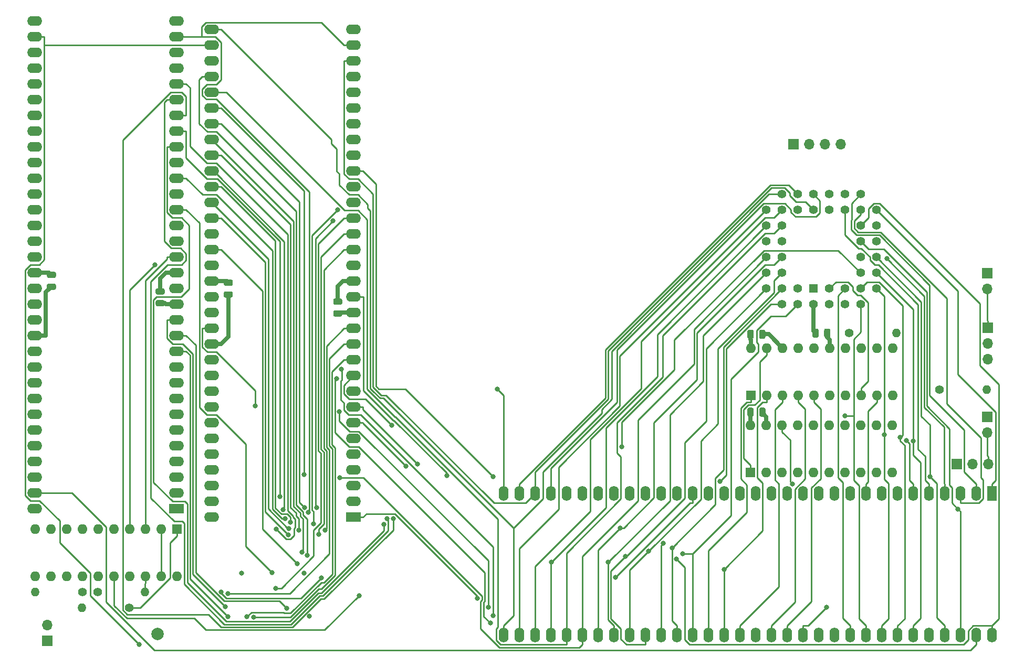
<source format=gbr>
%TF.GenerationSoftware,KiCad,Pcbnew,(5.1.7)-1*%
%TF.CreationDate,2020-11-02T22:58:22+00:00*%
%TF.ProjectId,STFM-TF536-Relocator+ROM-MkII,5354464d-2d54-4463-9533-362d52656c6f,rev?*%
%TF.SameCoordinates,Original*%
%TF.FileFunction,Copper,L4,Bot*%
%TF.FilePolarity,Positive*%
%FSLAX46Y46*%
G04 Gerber Fmt 4.6, Leading zero omitted, Abs format (unit mm)*
G04 Created by KiCad (PCBNEW (5.1.7)-1) date 2020-11-02 22:58:22*
%MOMM*%
%LPD*%
G01*
G04 APERTURE LIST*
%TA.AperFunction,ComponentPad*%
%ADD10O,1.400000X1.400000*%
%TD*%
%TA.AperFunction,ComponentPad*%
%ADD11C,1.400000*%
%TD*%
%TA.AperFunction,ComponentPad*%
%ADD12O,1.700000X1.700000*%
%TD*%
%TA.AperFunction,ComponentPad*%
%ADD13R,1.700000X1.700000*%
%TD*%
%TA.AperFunction,ComponentPad*%
%ADD14O,1.600000X1.600000*%
%TD*%
%TA.AperFunction,ComponentPad*%
%ADD15R,1.600000X1.600000*%
%TD*%
%TA.AperFunction,ComponentPad*%
%ADD16C,1.422400*%
%TD*%
%TA.AperFunction,ComponentPad*%
%ADD17R,1.422400X1.422400*%
%TD*%
%TA.AperFunction,ComponentPad*%
%ADD18O,2.400000X1.600000*%
%TD*%
%TA.AperFunction,ComponentPad*%
%ADD19R,2.400000X1.600000*%
%TD*%
%TA.AperFunction,ComponentPad*%
%ADD20C,2.000000*%
%TD*%
%TA.AperFunction,ComponentPad*%
%ADD21O,1.600000X2.400000*%
%TD*%
%TA.AperFunction,ComponentPad*%
%ADD22R,1.600000X2.400000*%
%TD*%
%TA.AperFunction,ViaPad*%
%ADD23C,0.800000*%
%TD*%
%TA.AperFunction,Conductor*%
%ADD24C,0.700000*%
%TD*%
%TA.AperFunction,Conductor*%
%ADD25C,0.250000*%
%TD*%
G04 APERTURE END LIST*
%TO.P,C9,2*%
%TO.N,GND*%
%TA.AperFunction,SMDPad,CuDef*%
G36*
G01*
X69438500Y-74554500D02*
X70388500Y-74554500D01*
G75*
G02*
X70638500Y-74804500I0J-250000D01*
G01*
X70638500Y-75304500D01*
G75*
G02*
X70388500Y-75554500I-250000J0D01*
G01*
X69438500Y-75554500D01*
G75*
G02*
X69188500Y-75304500I0J250000D01*
G01*
X69188500Y-74804500D01*
G75*
G02*
X69438500Y-74554500I250000J0D01*
G01*
G37*
%TD.AperFunction*%
%TO.P,C9,1*%
%TO.N,VCC*%
%TA.AperFunction,SMDPad,CuDef*%
G36*
G01*
X69438500Y-72654500D02*
X70388500Y-72654500D01*
G75*
G02*
X70638500Y-72904500I0J-250000D01*
G01*
X70638500Y-73404500D01*
G75*
G02*
X70388500Y-73654500I-250000J0D01*
G01*
X69438500Y-73654500D01*
G75*
G02*
X69188500Y-73404500I0J250000D01*
G01*
X69188500Y-72904500D01*
G75*
G02*
X69438500Y-72654500I250000J0D01*
G01*
G37*
%TD.AperFunction*%
%TD*%
%TO.P,C7,2*%
%TO.N,GND*%
%TA.AperFunction,SMDPad,CuDef*%
G36*
G01*
X88041500Y-76702500D02*
X87091500Y-76702500D01*
G75*
G02*
X86841500Y-76452500I0J250000D01*
G01*
X86841500Y-75952500D01*
G75*
G02*
X87091500Y-75702500I250000J0D01*
G01*
X88041500Y-75702500D01*
G75*
G02*
X88291500Y-75952500I0J-250000D01*
G01*
X88291500Y-76452500D01*
G75*
G02*
X88041500Y-76702500I-250000J0D01*
G01*
G37*
%TD.AperFunction*%
%TO.P,C7,1*%
%TO.N,VCC*%
%TA.AperFunction,SMDPad,CuDef*%
G36*
G01*
X88041500Y-78602500D02*
X87091500Y-78602500D01*
G75*
G02*
X86841500Y-78352500I0J250000D01*
G01*
X86841500Y-77852500D01*
G75*
G02*
X87091500Y-77602500I250000J0D01*
G01*
X88041500Y-77602500D01*
G75*
G02*
X88291500Y-77852500I0J-250000D01*
G01*
X88291500Y-78352500D01*
G75*
G02*
X88041500Y-78602500I-250000J0D01*
G01*
G37*
%TD.AperFunction*%
%TD*%
%TO.P,C5,2*%
%TO.N,GND*%
%TA.AperFunction,SMDPad,CuDef*%
G36*
G01*
X165994000Y-81755000D02*
X165994000Y-80805000D01*
G75*
G02*
X166244000Y-80555000I250000J0D01*
G01*
X166744000Y-80555000D01*
G75*
G02*
X166994000Y-80805000I0J-250000D01*
G01*
X166994000Y-81755000D01*
G75*
G02*
X166744000Y-82005000I-250000J0D01*
G01*
X166244000Y-82005000D01*
G75*
G02*
X165994000Y-81755000I0J250000D01*
G01*
G37*
%TD.AperFunction*%
%TO.P,C5,1*%
%TO.N,VCC*%
%TA.AperFunction,SMDPad,CuDef*%
G36*
G01*
X164094000Y-81755000D02*
X164094000Y-80805000D01*
G75*
G02*
X164344000Y-80555000I250000J0D01*
G01*
X164844000Y-80555000D01*
G75*
G02*
X165094000Y-80805000I0J-250000D01*
G01*
X165094000Y-81755000D01*
G75*
G02*
X164844000Y-82005000I-250000J0D01*
G01*
X164344000Y-82005000D01*
G75*
G02*
X164094000Y-81755000I0J250000D01*
G01*
G37*
%TD.AperFunction*%
%TD*%
%TO.P,C4,2*%
%TO.N,GND*%
%TA.AperFunction,SMDPad,CuDef*%
G36*
G01*
X40927000Y-73284500D02*
X41877000Y-73284500D01*
G75*
G02*
X42127000Y-73534500I0J-250000D01*
G01*
X42127000Y-74034500D01*
G75*
G02*
X41877000Y-74284500I-250000J0D01*
G01*
X40927000Y-74284500D01*
G75*
G02*
X40677000Y-74034500I0J250000D01*
G01*
X40677000Y-73534500D01*
G75*
G02*
X40927000Y-73284500I250000J0D01*
G01*
G37*
%TD.AperFunction*%
%TO.P,C4,1*%
%TO.N,VCC*%
%TA.AperFunction,SMDPad,CuDef*%
G36*
G01*
X40927000Y-71384500D02*
X41877000Y-71384500D01*
G75*
G02*
X42127000Y-71634500I0J-250000D01*
G01*
X42127000Y-72134500D01*
G75*
G02*
X41877000Y-72384500I-250000J0D01*
G01*
X40927000Y-72384500D01*
G75*
G02*
X40677000Y-72134500I0J250000D01*
G01*
X40677000Y-71634500D01*
G75*
G02*
X40927000Y-71384500I250000J0D01*
G01*
G37*
%TD.AperFunction*%
%TD*%
%TO.P,C3,2*%
%TO.N,GND*%
%TA.AperFunction,SMDPad,CuDef*%
G36*
G01*
X155517000Y-81945500D02*
X155517000Y-80995500D01*
G75*
G02*
X155767000Y-80745500I250000J0D01*
G01*
X156267000Y-80745500D01*
G75*
G02*
X156517000Y-80995500I0J-250000D01*
G01*
X156517000Y-81945500D01*
G75*
G02*
X156267000Y-82195500I-250000J0D01*
G01*
X155767000Y-82195500D01*
G75*
G02*
X155517000Y-81945500I0J250000D01*
G01*
G37*
%TD.AperFunction*%
%TO.P,C3,1*%
%TO.N,VCC*%
%TA.AperFunction,SMDPad,CuDef*%
G36*
G01*
X153617000Y-81945500D02*
X153617000Y-80995500D01*
G75*
G02*
X153867000Y-80745500I250000J0D01*
G01*
X154367000Y-80745500D01*
G75*
G02*
X154617000Y-80995500I0J-250000D01*
G01*
X154617000Y-81945500D01*
G75*
G02*
X154367000Y-82195500I-250000J0D01*
G01*
X153867000Y-82195500D01*
G75*
G02*
X153617000Y-81945500I0J250000D01*
G01*
G37*
%TD.AperFunction*%
%TD*%
%TO.P,C2,2*%
%TO.N,GND*%
%TA.AperFunction,SMDPad,CuDef*%
G36*
G01*
X155517000Y-94518500D02*
X155517000Y-93568500D01*
G75*
G02*
X155767000Y-93318500I250000J0D01*
G01*
X156267000Y-93318500D01*
G75*
G02*
X156517000Y-93568500I0J-250000D01*
G01*
X156517000Y-94518500D01*
G75*
G02*
X156267000Y-94768500I-250000J0D01*
G01*
X155767000Y-94768500D01*
G75*
G02*
X155517000Y-94518500I0J250000D01*
G01*
G37*
%TD.AperFunction*%
%TO.P,C2,1*%
%TO.N,VCC*%
%TA.AperFunction,SMDPad,CuDef*%
G36*
G01*
X153617000Y-94518500D02*
X153617000Y-93568500D01*
G75*
G02*
X153867000Y-93318500I250000J0D01*
G01*
X154367000Y-93318500D01*
G75*
G02*
X154617000Y-93568500I0J-250000D01*
G01*
X154617000Y-94518500D01*
G75*
G02*
X154367000Y-94768500I-250000J0D01*
G01*
X153867000Y-94768500D01*
G75*
G02*
X153617000Y-94518500I0J250000D01*
G01*
G37*
%TD.AperFunction*%
%TD*%
%TO.P,C1,2*%
%TO.N,GND*%
%TA.AperFunction,SMDPad,CuDef*%
G36*
G01*
X59403000Y-75051500D02*
X58453000Y-75051500D01*
G75*
G02*
X58203000Y-74801500I0J250000D01*
G01*
X58203000Y-74301500D01*
G75*
G02*
X58453000Y-74051500I250000J0D01*
G01*
X59403000Y-74051500D01*
G75*
G02*
X59653000Y-74301500I0J-250000D01*
G01*
X59653000Y-74801500D01*
G75*
G02*
X59403000Y-75051500I-250000J0D01*
G01*
G37*
%TD.AperFunction*%
%TO.P,C1,1*%
%TO.N,VCC*%
%TA.AperFunction,SMDPad,CuDef*%
G36*
G01*
X59403000Y-76951500D02*
X58453000Y-76951500D01*
G75*
G02*
X58203000Y-76701500I0J250000D01*
G01*
X58203000Y-76201500D01*
G75*
G02*
X58453000Y-75951500I250000J0D01*
G01*
X59403000Y-75951500D01*
G75*
G02*
X59653000Y-76201500I0J-250000D01*
G01*
X59653000Y-76701500D01*
G75*
G02*
X59403000Y-76951500I-250000J0D01*
G01*
G37*
%TD.AperFunction*%
%TD*%
D10*
%TO.P,R5,2*%
%TO.N,Net-(J4-Pad1)*%
X192214000Y-90424000D03*
D11*
%TO.P,R5,1*%
%TO.N,VCC*%
X184594000Y-90424000D03*
%TD*%
D12*
%TO.P,Q1,3*%
%TO.N,Net-(J4-Pad2)*%
X192468000Y-102426000D03*
%TO.P,Q1,2*%
%TO.N,/TURBOLED*%
X189928000Y-102426000D03*
D13*
%TO.P,Q1,1*%
%TO.N,GND*%
X187388000Y-102426000D03*
%TD*%
D14*
%TO.P,U8,20*%
%TO.N,VCC*%
X61658500Y-120523000D03*
%TO.P,U8,10*%
%TO.N,GND*%
X38798500Y-112903000D03*
%TO.P,U8,19*%
%TO.N,/HALT*%
X59118500Y-120523000D03*
%TO.P,U8,9*%
%TO.N,GND*%
X41338500Y-112903000D03*
%TO.P,U8,18*%
%TO.N,/HALT1*%
X56578500Y-120523000D03*
%TO.P,U8,8*%
%TO.N,GND*%
X43878500Y-112903000D03*
%TO.P,U8,17*%
%TO.N,/HALT2*%
X54038500Y-120523000D03*
%TO.P,U8,7*%
%TO.N,GND*%
X46418500Y-112903000D03*
%TO.P,U8,16*%
%TO.N,/TURBOLED*%
X51498500Y-120523000D03*
%TO.P,U8,6*%
%TO.N,GND*%
X48958500Y-112903000D03*
%TO.P,U8,15*%
X48958500Y-120523000D03*
%TO.P,U8,5*%
X51498500Y-112903000D03*
%TO.P,U8,14*%
X46418500Y-120523000D03*
%TO.P,U8,4*%
%TO.N,/HALT2*%
X54038500Y-112903000D03*
%TO.P,U8,13*%
%TO.N,GND*%
X43878500Y-120523000D03*
%TO.P,U8,3*%
%TO.N,/HALT1*%
X56578500Y-112903000D03*
%TO.P,U8,12*%
%TO.N,GND*%
X41338500Y-120523000D03*
%TO.P,U8,2*%
%TO.N,/HALT*%
X59118500Y-112903000D03*
%TO.P,U8,11*%
%TO.N,GND*%
X38798500Y-120523000D03*
D15*
%TO.P,U8,1*%
%TO.N,/S*%
X61658500Y-112903000D03*
%TD*%
D10*
%TO.P,R4,2*%
%TO.N,/HALT2*%
X38798500Y-123063000D03*
D11*
%TO.P,R4,1*%
%TO.N,VCC*%
X46418500Y-123063000D03*
%TD*%
D10*
%TO.P,R3,2*%
%TO.N,/HALT1*%
X56515000Y-123063000D03*
D11*
%TO.P,R3,1*%
%TO.N,VCC*%
X48895000Y-123063000D03*
%TD*%
D12*
%TO.P,J6,4*%
%TO.N,Net-(J6-Pad4)*%
X168656000Y-50800000D03*
%TO.P,J6,3*%
%TO.N,GND*%
X166116000Y-50800000D03*
%TO.P,J6,2*%
X163576000Y-50800000D03*
D13*
%TO.P,J6,1*%
%TO.N,VCC*%
X161036000Y-50800000D03*
%TD*%
D12*
%TO.P,J5,3*%
%TO.N,/A18*%
X192342000Y-85534500D03*
%TO.P,J5,2*%
%TO.N,Net-(J5-Pad2)*%
X192342000Y-82994500D03*
D13*
%TO.P,J5,1*%
%TO.N,Net-(J2-Pad2)*%
X192342000Y-80454500D03*
%TD*%
D12*
%TO.P,J4,2*%
%TO.N,Net-(J4-Pad2)*%
X192278000Y-97345500D03*
D13*
%TO.P,J4,1*%
%TO.N,Net-(J4-Pad1)*%
X192278000Y-94805500D03*
%TD*%
D12*
%TO.P,J3,2*%
%TO.N,GND*%
X40767000Y-128397000D03*
D13*
%TO.P,J3,1*%
%TO.N,/S*%
X40767000Y-130937000D03*
%TD*%
D16*
%TO.P,U5,39*%
%TO.N,/A14*%
X156654000Y-74104500D03*
%TO.P,U5,37*%
%TO.N,/A12*%
X156654000Y-71564500D03*
%TO.P,U5,35*%
%TO.N,/A10*%
X156654000Y-69024500D03*
%TO.P,U5,33*%
%TO.N,N/C*%
X156654000Y-66484500D03*
%TO.P,U5,31*%
%TO.N,/A8*%
X156654000Y-63944500D03*
%TO.P,U5,40*%
%TO.N,/A15*%
X159194000Y-76644500D03*
%TO.P,U5,38*%
%TO.N,/A13*%
X159194000Y-71564500D03*
%TO.P,U5,36*%
%TO.N,/A11*%
X159194000Y-69024500D03*
%TO.P,U5,34*%
%TO.N,GND*%
X159194000Y-66484500D03*
%TO.P,U5,32*%
%TO.N,/A9*%
X159194000Y-63944500D03*
%TO.P,U5,30*%
%TO.N,/A7*%
X159194000Y-61404500D03*
%TO.P,U5,28*%
%TO.N,/A5*%
X159194000Y-58864500D03*
%TO.P,U5,26*%
%TO.N,/A3*%
X161734000Y-58864500D03*
%TO.P,U5,24*%
%TO.N,/A1*%
X164274000Y-58864500D03*
%TO.P,U5,22*%
%TO.N,/_ROE*%
X166814000Y-58864500D03*
%TO.P,U5,20*%
%TO.N,/D1*%
X169354000Y-58864500D03*
%TO.P,U5,18*%
%TO.N,/D3*%
X171894000Y-58864500D03*
%TO.P,U5,29*%
%TO.N,/A6*%
X156654000Y-61404500D03*
%TO.P,U5,27*%
%TO.N,/A4*%
X161734000Y-61404500D03*
%TO.P,U5,25*%
%TO.N,/A2*%
X164274000Y-61404500D03*
%TO.P,U5,23*%
%TO.N,N/C*%
X166814000Y-61404500D03*
%TO.P,U5,21*%
%TO.N,/D0*%
X169354000Y-61404500D03*
%TO.P,U5,19*%
%TO.N,/D2*%
X171894000Y-61404500D03*
%TO.P,U5,17*%
%TO.N,/D4*%
X174434000Y-61404500D03*
%TO.P,U5,15*%
%TO.N,/D6*%
X174434000Y-63944500D03*
%TO.P,U5,13*%
%TO.N,N/C*%
X174434000Y-66484500D03*
%TO.P,U5,11*%
%TO.N,/D8*%
X174434000Y-69024500D03*
%TO.P,U5,9*%
%TO.N,/D10*%
X174434000Y-71564500D03*
%TO.P,U5,7*%
%TO.N,/D12*%
X174434000Y-74104500D03*
%TO.P,U5,16*%
%TO.N,/D5*%
X171894000Y-63944500D03*
%TO.P,U5,14*%
%TO.N,/D7*%
X171894000Y-66484500D03*
%TO.P,U5,12*%
%TO.N,GND*%
X171894000Y-69024500D03*
%TO.P,U5,10*%
%TO.N,/D9*%
X171894000Y-71564500D03*
%TO.P,U5,8*%
%TO.N,/D11*%
X171894000Y-74104500D03*
%TO.P,U5,42*%
%TO.N,/A17*%
X161734000Y-76644500D03*
%TO.P,U5,44*%
%TO.N,VCC*%
X164274000Y-76644500D03*
%TO.P,U5,6*%
%TO.N,/D13*%
X171894000Y-76644500D03*
%TO.P,U5,4*%
%TO.N,/D15*%
X169354000Y-76644500D03*
%TO.P,U5,2*%
%TO.N,GND*%
X166814000Y-76644500D03*
%TO.P,U5,41*%
%TO.N,/A16*%
X159194000Y-74104500D03*
%TO.P,U5,43*%
%TO.N,Net-(J5-Pad2)*%
X161734000Y-74104500D03*
%TO.P,U5,5*%
%TO.N,/D14*%
X169354000Y-74104500D03*
%TO.P,U5,3*%
%TO.N,/AS*%
X166814000Y-74104500D03*
D17*
%TO.P,U5,1*%
%TO.N,N/C*%
X164274000Y-74104500D03*
%TD*%
D18*
%TO.P,U4,64*%
%TO.N,/D5*%
X67246500Y-110998000D03*
%TO.P,U4,32*%
%TO.N,/A4*%
X90106500Y-32258000D03*
%TO.P,U4,63*%
%TO.N,/D6*%
X67246500Y-108458000D03*
%TO.P,U4,31*%
%TO.N,/A3*%
X90106500Y-34798000D03*
%TO.P,U4,62*%
%TO.N,/D7*%
X67246500Y-105918000D03*
%TO.P,U4,30*%
%TO.N,/A2*%
X90106500Y-37338000D03*
%TO.P,U4,61*%
%TO.N,/D8*%
X67246500Y-103378000D03*
%TO.P,U4,29*%
%TO.N,/A1*%
X90106500Y-39878000D03*
%TO.P,U4,60*%
%TO.N,/D9*%
X67246500Y-100838000D03*
%TO.P,U4,28*%
%TO.N,/FC0*%
X90106500Y-42418000D03*
%TO.P,U4,59*%
%TO.N,/D10*%
X67246500Y-98298000D03*
%TO.P,U4,27*%
%TO.N,/FC1*%
X90106500Y-44958000D03*
%TO.P,U4,58*%
%TO.N,/D11*%
X67246500Y-95758000D03*
%TO.P,U4,26*%
%TO.N,/FC2*%
X90106500Y-47498000D03*
%TO.P,U4,57*%
%TO.N,/D12*%
X67246500Y-93218000D03*
%TO.P,U4,25*%
%TO.N,/IPL0*%
X90106500Y-50038000D03*
%TO.P,U4,56*%
%TO.N,/D13*%
X67246500Y-90678000D03*
%TO.P,U4,24*%
%TO.N,/IPL1*%
X90106500Y-52578000D03*
%TO.P,U4,55*%
%TO.N,/D14*%
X67246500Y-88138000D03*
%TO.P,U4,23*%
%TO.N,/IPL2*%
X90106500Y-55118000D03*
%TO.P,U4,54*%
%TO.N,/D15*%
X67246500Y-85598000D03*
%TO.P,U4,22*%
%TO.N,/BERR*%
X90106500Y-57658000D03*
%TO.P,U4,53*%
%TO.N,GND*%
X67246500Y-83058000D03*
%TO.P,U4,21*%
%TO.N,/VPA*%
X90106500Y-60198000D03*
%TO.P,U4,52*%
%TO.N,/A23*%
X67246500Y-80518000D03*
%TO.P,U4,20*%
%TO.N,/E2*%
X90106500Y-62738000D03*
%TO.P,U4,51*%
%TO.N,/A22*%
X67246500Y-77978000D03*
%TO.P,U4,19*%
%TO.N,/VMA*%
X90106500Y-65278000D03*
%TO.P,U4,50*%
%TO.N,/A21*%
X67246500Y-75438000D03*
%TO.P,U4,18*%
%TO.N,/RESET*%
X90106500Y-67818000D03*
%TO.P,U4,49*%
%TO.N,VCC*%
X67246500Y-72898000D03*
%TO.P,U4,17*%
%TO.N,/HALT2*%
X90106500Y-70358000D03*
%TO.P,U4,48*%
%TO.N,/A20*%
X67246500Y-70358000D03*
%TO.P,U4,16*%
%TO.N,GND*%
X90106500Y-72898000D03*
%TO.P,U4,47*%
%TO.N,/A19*%
X67246500Y-67818000D03*
%TO.P,U4,15*%
%TO.N,/CLK*%
X90106500Y-75438000D03*
%TO.P,U4,46*%
%TO.N,/A18*%
X67246500Y-65278000D03*
%TO.P,U4,14*%
%TO.N,VCC*%
X90106500Y-77978000D03*
%TO.P,U4,45*%
%TO.N,/A17*%
X67246500Y-62738000D03*
%TO.P,U4,13*%
%TO.N,/BR2*%
X90106500Y-80518000D03*
%TO.P,U4,44*%
%TO.N,/A16*%
X67246500Y-60198000D03*
%TO.P,U4,12*%
%TO.N,/BGACK2*%
X90106500Y-83058000D03*
%TO.P,U4,43*%
%TO.N,/A15*%
X67246500Y-57658000D03*
%TO.P,U4,11*%
%TO.N,/BG2*%
X90106500Y-85598000D03*
%TO.P,U4,42*%
%TO.N,/A14*%
X67246500Y-55118000D03*
%TO.P,U4,10*%
%TO.N,/DTACK*%
X90106500Y-88138000D03*
%TO.P,U4,41*%
%TO.N,/A13*%
X67246500Y-52578000D03*
%TO.P,U4,9*%
%TO.N,/RW*%
X90106500Y-90678000D03*
%TO.P,U4,40*%
%TO.N,/A12*%
X67246500Y-50038000D03*
%TO.P,U4,8*%
%TO.N,/LDS*%
X90106500Y-93218000D03*
%TO.P,U4,39*%
%TO.N,/A11*%
X67246500Y-47498000D03*
%TO.P,U4,7*%
%TO.N,/UDS*%
X90106500Y-95758000D03*
%TO.P,U4,38*%
%TO.N,/A10*%
X67246500Y-44958000D03*
%TO.P,U4,6*%
%TO.N,/AS*%
X90106500Y-98298000D03*
%TO.P,U4,37*%
%TO.N,/A9*%
X67246500Y-42418000D03*
%TO.P,U4,5*%
%TO.N,/D0*%
X90106500Y-100838000D03*
%TO.P,U4,36*%
%TO.N,/A8*%
X67246500Y-39878000D03*
%TO.P,U4,4*%
%TO.N,/D1*%
X90106500Y-103378000D03*
%TO.P,U4,35*%
%TO.N,/A7*%
X67246500Y-37338000D03*
%TO.P,U4,3*%
%TO.N,/D2*%
X90106500Y-105918000D03*
%TO.P,U4,34*%
%TO.N,/A6*%
X67246500Y-34798000D03*
%TO.P,U4,2*%
%TO.N,/D3*%
X90106500Y-108458000D03*
%TO.P,U4,33*%
%TO.N,/A5*%
X67246500Y-32258000D03*
D19*
%TO.P,U4,1*%
%TO.N,/D4*%
X90106500Y-110998000D03*
%TD*%
D14*
%TO.P,U3,20*%
%TO.N,VCC*%
X154114000Y-96139000D03*
%TO.P,U3,10*%
%TO.N,GND*%
X176974000Y-103759000D03*
%TO.P,U3,19*%
X156654000Y-96139000D03*
%TO.P,U3,9*%
X174434000Y-103759000D03*
%TO.P,U3,18*%
%TO.N,/DTACK*%
X159194000Y-96139000D03*
%TO.P,U3,8*%
%TO.N,GND*%
X171894000Y-103759000D03*
%TO.P,U3,17*%
X161734000Y-96139000D03*
%TO.P,U3,7*%
X169354000Y-103759000D03*
%TO.P,U3,16*%
X164274000Y-96139000D03*
%TO.P,U3,6*%
X166814000Y-103759000D03*
%TO.P,U3,15*%
X166814000Y-96139000D03*
%TO.P,U3,5*%
X164274000Y-103759000D03*
%TO.P,U3,14*%
X169354000Y-96139000D03*
%TO.P,U3,4*%
X161734000Y-103759000D03*
%TO.P,U3,13*%
X171894000Y-96139000D03*
%TO.P,U3,3*%
X159194000Y-103759000D03*
%TO.P,U3,12*%
X174434000Y-96139000D03*
%TO.P,U3,2*%
X156654000Y-103759000D03*
%TO.P,U3,11*%
X176974000Y-96139000D03*
D15*
%TO.P,U3,1*%
%TO.N,/_ROE*%
X154114000Y-103759000D03*
%TD*%
D18*
%TO.P,U2,64*%
%TO.N,/D5*%
X38735000Y-109601000D03*
%TO.P,U2,32*%
%TO.N,/A4*%
X61595000Y-30861000D03*
%TO.P,U2,63*%
%TO.N,/D6*%
X38735000Y-107061000D03*
%TO.P,U2,31*%
%TO.N,/A3*%
X61595000Y-33401000D03*
%TO.P,U2,62*%
%TO.N,/D7*%
X38735000Y-104521000D03*
%TO.P,U2,30*%
%TO.N,/A2*%
X61595000Y-35941000D03*
%TO.P,U2,61*%
%TO.N,/D8*%
X38735000Y-101981000D03*
%TO.P,U2,29*%
%TO.N,/A1*%
X61595000Y-38481000D03*
%TO.P,U2,60*%
%TO.N,/D9*%
X38735000Y-99441000D03*
%TO.P,U2,28*%
%TO.N,/FC0*%
X61595000Y-41021000D03*
%TO.P,U2,59*%
%TO.N,/D10*%
X38735000Y-96901000D03*
%TO.P,U2,27*%
%TO.N,/FC1*%
X61595000Y-43561000D03*
%TO.P,U2,58*%
%TO.N,/D11*%
X38735000Y-94361000D03*
%TO.P,U2,26*%
%TO.N,/FC2*%
X61595000Y-46101000D03*
%TO.P,U2,57*%
%TO.N,/D12*%
X38735000Y-91821000D03*
%TO.P,U2,25*%
%TO.N,/IPL0*%
X61595000Y-48641000D03*
%TO.P,U2,56*%
%TO.N,/D13*%
X38735000Y-89281000D03*
%TO.P,U2,24*%
%TO.N,/IPL1*%
X61595000Y-51181000D03*
%TO.P,U2,55*%
%TO.N,/D14*%
X38735000Y-86741000D03*
%TO.P,U2,23*%
%TO.N,/IPL2*%
X61595000Y-53721000D03*
%TO.P,U2,54*%
%TO.N,/D15*%
X38735000Y-84201000D03*
%TO.P,U2,22*%
%TO.N,/BERR*%
X61595000Y-56261000D03*
%TO.P,U2,53*%
%TO.N,GND*%
X38735000Y-81661000D03*
%TO.P,U2,21*%
%TO.N,/VPA*%
X61595000Y-58801000D03*
%TO.P,U2,52*%
%TO.N,/A23*%
X38735000Y-79121000D03*
%TO.P,U2,20*%
%TO.N,/E1*%
X61595000Y-61341000D03*
%TO.P,U2,51*%
%TO.N,/A22*%
X38735000Y-76581000D03*
%TO.P,U2,19*%
%TO.N,/VMA*%
X61595000Y-63881000D03*
%TO.P,U2,50*%
%TO.N,/A21*%
X38735000Y-74041000D03*
%TO.P,U2,18*%
%TO.N,/RESET*%
X61595000Y-66421000D03*
%TO.P,U2,49*%
%TO.N,VCC*%
X38735000Y-71501000D03*
%TO.P,U2,17*%
%TO.N,/HALT1*%
X61595000Y-68961000D03*
%TO.P,U2,48*%
%TO.N,/A20*%
X38735000Y-68961000D03*
%TO.P,U2,16*%
%TO.N,GND*%
X61595000Y-71501000D03*
%TO.P,U2,47*%
%TO.N,/A19*%
X38735000Y-66421000D03*
%TO.P,U2,15*%
%TO.N,/CLK*%
X61595000Y-74041000D03*
%TO.P,U2,46*%
%TO.N,/A18*%
X38735000Y-63881000D03*
%TO.P,U2,14*%
%TO.N,VCC*%
X61595000Y-76581000D03*
%TO.P,U2,45*%
%TO.N,/A17*%
X38735000Y-61341000D03*
%TO.P,U2,13*%
%TO.N,/BR1*%
X61595000Y-79121000D03*
%TO.P,U2,44*%
%TO.N,/A16*%
X38735000Y-58801000D03*
%TO.P,U2,12*%
%TO.N,/BGACK1*%
X61595000Y-81661000D03*
%TO.P,U2,43*%
%TO.N,/A15*%
X38735000Y-56261000D03*
%TO.P,U2,11*%
%TO.N,/BG1*%
X61595000Y-84201000D03*
%TO.P,U2,42*%
%TO.N,/A14*%
X38735000Y-53721000D03*
%TO.P,U2,10*%
%TO.N,/DTACK*%
X61595000Y-86741000D03*
%TO.P,U2,41*%
%TO.N,/A13*%
X38735000Y-51181000D03*
%TO.P,U2,9*%
%TO.N,/RW*%
X61595000Y-89281000D03*
%TO.P,U2,40*%
%TO.N,/A12*%
X38735000Y-48641000D03*
%TO.P,U2,8*%
%TO.N,/LDS*%
X61595000Y-91821000D03*
%TO.P,U2,39*%
%TO.N,/A11*%
X38735000Y-46101000D03*
%TO.P,U2,7*%
%TO.N,/UDS*%
X61595000Y-94361000D03*
%TO.P,U2,38*%
%TO.N,/A10*%
X38735000Y-43561000D03*
%TO.P,U2,6*%
%TO.N,/AS*%
X61595000Y-96901000D03*
%TO.P,U2,37*%
%TO.N,/A9*%
X38735000Y-41021000D03*
%TO.P,U2,5*%
%TO.N,/D0*%
X61595000Y-99441000D03*
%TO.P,U2,36*%
%TO.N,/A8*%
X38735000Y-38481000D03*
%TO.P,U2,4*%
%TO.N,/D1*%
X61595000Y-101981000D03*
%TO.P,U2,35*%
%TO.N,/A7*%
X38735000Y-35941000D03*
%TO.P,U2,3*%
%TO.N,/D2*%
X61595000Y-104521000D03*
%TO.P,U2,34*%
%TO.N,/A6*%
X38735000Y-33401000D03*
%TO.P,U2,2*%
%TO.N,/D3*%
X61595000Y-107061000D03*
%TO.P,U2,33*%
%TO.N,/A5*%
X38735000Y-30861000D03*
D19*
%TO.P,U2,1*%
%TO.N,/D4*%
X61595000Y-109601000D03*
%TD*%
D14*
%TO.P,U1,20*%
%TO.N,VCC*%
X154178000Y-83693000D03*
%TO.P,U1,10*%
%TO.N,GND*%
X177038000Y-91313000D03*
%TO.P,U1,19*%
%TO.N,/_ROE*%
X156718000Y-83693000D03*
%TO.P,U1,9*%
%TO.N,/RW*%
X174498000Y-91313000D03*
%TO.P,U1,18*%
%TO.N,GND*%
X159258000Y-83693000D03*
%TO.P,U1,8*%
%TO.N,/AS*%
X171958000Y-91313000D03*
%TO.P,U1,17*%
%TO.N,GND*%
X161798000Y-83693000D03*
%TO.P,U1,7*%
%TO.N,/_ROM2*%
X169418000Y-91313000D03*
%TO.P,U1,16*%
%TO.N,GND*%
X164338000Y-83693000D03*
%TO.P,U1,6*%
%TO.N,/A23*%
X166878000Y-91313000D03*
%TO.P,U1,15*%
%TO.N,GND*%
X166878000Y-83693000D03*
%TO.P,U1,5*%
%TO.N,/A22*%
X164338000Y-91313000D03*
%TO.P,U1,14*%
%TO.N,GND*%
X169418000Y-83693000D03*
%TO.P,U1,4*%
%TO.N,/A21*%
X161798000Y-91313000D03*
%TO.P,U1,13*%
%TO.N,GND*%
X171958000Y-83693000D03*
%TO.P,U1,3*%
%TO.N,/A20*%
X159258000Y-91313000D03*
%TO.P,U1,12*%
%TO.N,GND*%
X174498000Y-83693000D03*
%TO.P,U1,2*%
%TO.N,/A19*%
X156718000Y-91313000D03*
%TO.P,U1,11*%
%TO.N,GND*%
X177038000Y-83693000D03*
D15*
%TO.P,U1,1*%
%TO.N,/A18*%
X154178000Y-91313000D03*
%TD*%
D10*
%TO.P,R2,2*%
%TO.N,VCC*%
X46355000Y-125603000D03*
D11*
%TO.P,R2,1*%
%TO.N,/S*%
X53975000Y-125603000D03*
%TD*%
D10*
%TO.P,R1,2*%
%TO.N,Net-(J2-Pad2)*%
X177610000Y-81280000D03*
D11*
%TO.P,R1,1*%
%TO.N,VCC*%
X169990000Y-81280000D03*
%TD*%
D12*
%TO.P,J2,2*%
%TO.N,Net-(J2-Pad2)*%
X192278000Y-74168000D03*
D13*
%TO.P,J2,1*%
%TO.N,GND*%
X192278000Y-71628000D03*
%TD*%
D20*
%TO.P,J1,1*%
%TO.N,/_ROM2*%
X58547000Y-129858000D03*
%TD*%
D21*
%TO.P,H1,64*%
%TO.N,/D5*%
X193040000Y-130048000D03*
%TO.P,H1,32*%
%TO.N,/A4*%
X114300000Y-107188000D03*
%TO.P,H1,63*%
%TO.N,/D6*%
X190500000Y-130048000D03*
%TO.P,H1,31*%
%TO.N,/A3*%
X116840000Y-107188000D03*
%TO.P,H1,62*%
%TO.N,/D7*%
X187960000Y-130048000D03*
%TO.P,H1,30*%
%TO.N,/A2*%
X119380000Y-107188000D03*
%TO.P,H1,61*%
%TO.N,/D8*%
X185420000Y-130048000D03*
%TO.P,H1,29*%
%TO.N,/A1*%
X121920000Y-107188000D03*
%TO.P,H1,60*%
%TO.N,/D9*%
X182880000Y-130048000D03*
%TO.P,H1,28*%
%TO.N,/FC0*%
X124460000Y-107188000D03*
%TO.P,H1,59*%
%TO.N,/D10*%
X180340000Y-130048000D03*
%TO.P,H1,27*%
%TO.N,/FC1*%
X127000000Y-107188000D03*
%TO.P,H1,58*%
%TO.N,/D11*%
X177800000Y-130048000D03*
%TO.P,H1,26*%
%TO.N,/FC2*%
X129540000Y-107188000D03*
%TO.P,H1,57*%
%TO.N,/D12*%
X175260000Y-130048000D03*
%TO.P,H1,25*%
%TO.N,/IPL0*%
X132080000Y-107188000D03*
%TO.P,H1,56*%
%TO.N,/D13*%
X172720000Y-130048000D03*
%TO.P,H1,24*%
%TO.N,/IPL1*%
X134620000Y-107188000D03*
%TO.P,H1,55*%
%TO.N,/D14*%
X170180000Y-130048000D03*
%TO.P,H1,23*%
%TO.N,/IPL2*%
X137160000Y-107188000D03*
%TO.P,H1,54*%
%TO.N,/D15*%
X167640000Y-130048000D03*
%TO.P,H1,22*%
%TO.N,/BERR*%
X139700000Y-107188000D03*
%TO.P,H1,53*%
%TO.N,GND*%
X165100000Y-130048000D03*
%TO.P,H1,21*%
%TO.N,/VPA*%
X142240000Y-107188000D03*
%TO.P,H1,52*%
%TO.N,/A23*%
X162560000Y-130048000D03*
%TO.P,H1,20*%
%TO.N,/E*%
X144780000Y-107188000D03*
%TO.P,H1,51*%
%TO.N,/A22*%
X160020000Y-130048000D03*
%TO.P,H1,19*%
%TO.N,/VMA*%
X147320000Y-107188000D03*
%TO.P,H1,50*%
%TO.N,/A21*%
X157480000Y-130048000D03*
%TO.P,H1,18*%
%TO.N,/RESET*%
X149860000Y-107188000D03*
%TO.P,H1,49*%
%TO.N,VCC*%
X154940000Y-130048000D03*
%TO.P,H1,17*%
%TO.N,/HALT*%
X152400000Y-107188000D03*
%TO.P,H1,48*%
%TO.N,/A20*%
X152400000Y-130048000D03*
%TO.P,H1,16*%
%TO.N,GND*%
X154940000Y-107188000D03*
%TO.P,H1,47*%
%TO.N,/A19*%
X149860000Y-130048000D03*
%TO.P,H1,15*%
%TO.N,/CLK*%
X157480000Y-107188000D03*
%TO.P,H1,46*%
%TO.N,/A18*%
X147320000Y-130048000D03*
%TO.P,H1,14*%
%TO.N,VCC*%
X160020000Y-107188000D03*
%TO.P,H1,45*%
%TO.N,/A17*%
X144780000Y-130048000D03*
%TO.P,H1,13*%
%TO.N,/BR*%
X162560000Y-107188000D03*
%TO.P,H1,44*%
%TO.N,/A16*%
X142240000Y-130048000D03*
%TO.P,H1,12*%
%TO.N,/BGACK*%
X165100000Y-107188000D03*
%TO.P,H1,43*%
%TO.N,/A15*%
X139700000Y-130048000D03*
%TO.P,H1,11*%
%TO.N,/BG*%
X167640000Y-107188000D03*
%TO.P,H1,42*%
%TO.N,/A14*%
X137160000Y-130048000D03*
%TO.P,H1,10*%
%TO.N,/DTACK*%
X170180000Y-107188000D03*
%TO.P,H1,41*%
%TO.N,/A13*%
X134620000Y-130048000D03*
%TO.P,H1,9*%
%TO.N,/RW*%
X172720000Y-107188000D03*
%TO.P,H1,40*%
%TO.N,/A12*%
X132080000Y-130048000D03*
%TO.P,H1,8*%
%TO.N,/LDS*%
X175260000Y-107188000D03*
%TO.P,H1,39*%
%TO.N,/A11*%
X129540000Y-130048000D03*
%TO.P,H1,7*%
%TO.N,/UDS*%
X177800000Y-107188000D03*
%TO.P,H1,38*%
%TO.N,/A10*%
X127000000Y-130048000D03*
%TO.P,H1,6*%
%TO.N,/AS*%
X180340000Y-107188000D03*
%TO.P,H1,37*%
%TO.N,/A9*%
X124460000Y-130048000D03*
%TO.P,H1,5*%
%TO.N,/D0*%
X182880000Y-107188000D03*
%TO.P,H1,36*%
%TO.N,/A8*%
X121920000Y-130048000D03*
%TO.P,H1,4*%
%TO.N,/D1*%
X185420000Y-107188000D03*
%TO.P,H1,35*%
%TO.N,/A7*%
X119380000Y-130048000D03*
%TO.P,H1,3*%
%TO.N,/D2*%
X187960000Y-107188000D03*
%TO.P,H1,34*%
%TO.N,/A6*%
X116840000Y-130048000D03*
%TO.P,H1,2*%
%TO.N,/D3*%
X190500000Y-107188000D03*
%TO.P,H1,33*%
%TO.N,/A5*%
X114300000Y-130048000D03*
D22*
%TO.P,H1,1*%
%TO.N,/D4*%
X193040000Y-107188000D03*
%TD*%
D23*
%TO.N,GND*%
X82994900Y-127024600D03*
%TO.N,VCC*%
X72028600Y-120000900D03*
X82098300Y-120000500D03*
%TO.N,/D5*%
X142185000Y-117765700D03*
%TO.N,/A4*%
X113282600Y-90313200D03*
%TO.N,/A3*%
X82832000Y-110254200D03*
%TO.N,/D7*%
X187583800Y-109703800D03*
%TO.N,/D8*%
X183020900Y-104443300D03*
%TO.N,/A1*%
X86768900Y-63177800D03*
X84147700Y-109424600D03*
%TO.N,/D9*%
X133325200Y-99643400D03*
%TO.N,/FC0*%
X77625300Y-112910600D03*
%TO.N,/D10*%
X180343900Y-98720300D03*
%TO.N,/FC1*%
X95493300Y-111239900D03*
%TO.N,/D11*%
X178208500Y-98151100D03*
%TO.N,/FC2*%
X96493700Y-111239900D03*
%TO.N,/D12*%
X175666800Y-97700800D03*
%TO.N,/IPL0*%
X78219800Y-107720600D03*
%TO.N,/D13*%
X169373300Y-94636000D03*
%TO.N,/IPL1*%
X94985100Y-112146400D03*
%TO.N,/D14*%
X87409700Y-88648100D03*
X112153500Y-128101100D03*
%TO.N,/IPL2*%
X112577600Y-104437800D03*
%TO.N,/D15*%
X112639800Y-126924800D03*
X88116300Y-87111500D03*
%TO.N,/BERR*%
X79045000Y-111216500D03*
%TO.N,/VPA*%
X87528800Y-61392200D03*
X83697600Y-112077300D03*
%TO.N,/A23*%
X74234400Y-93023400D03*
X87836300Y-93940400D03*
X111827400Y-125505200D03*
X166414700Y-125505200D03*
%TO.N,/E*%
X132322400Y-120723900D03*
%TO.N,/VMA*%
X84500100Y-113815800D03*
%TO.N,/RESET*%
X85488800Y-113060100D03*
%TO.N,/A19*%
X81015600Y-118542700D03*
X149860000Y-119419600D03*
%TO.N,/CLK*%
X105159100Y-104318100D03*
%TO.N,/A17*%
X79605100Y-113825800D03*
X143164600Y-116896100D03*
%TO.N,/BR*%
X68761700Y-123053700D03*
X84957900Y-120799600D03*
%TO.N,/A16*%
X79691100Y-112825400D03*
X141459700Y-115954700D03*
%TO.N,/A15*%
X149204300Y-105253200D03*
X79938900Y-111825000D03*
X140020800Y-115213200D03*
%TO.N,/A14*%
X78781900Y-109765800D03*
X133974500Y-117343400D03*
%TO.N,/DTACK*%
X96305200Y-96200500D03*
X160910600Y-105662600D03*
%TO.N,/A13*%
X81244400Y-113132200D03*
X137686400Y-116443400D03*
%TO.N,/A12*%
X81778000Y-116651800D03*
X131166000Y-118279800D03*
%TO.N,/LDS*%
X100425900Y-102424300D03*
%TO.N,/A11*%
X82246700Y-109424600D03*
X133093000Y-112728400D03*
%TO.N,/UDS*%
X98576100Y-102800700D03*
%TO.N,/A10*%
X82120600Y-104127900D03*
X87877300Y-104664600D03*
%TO.N,/AS*%
X179217700Y-98611600D03*
%TO.N,/A8*%
X82646400Y-117198200D03*
X122012700Y-118243900D03*
%TO.N,/D1*%
X176083500Y-69275600D03*
%TO.N,/A6*%
X55570300Y-131578100D03*
%TO.N,/D4*%
X110083200Y-124092600D03*
%TO.N,/BG1*%
X69846100Y-127080900D03*
%TO.N,/BR1*%
X69459500Y-125495800D03*
%TO.N,/BGACK1*%
X79327300Y-125700300D03*
%TO.N,/E1*%
X76987200Y-119994700D03*
%TO.N,/E2*%
X77586700Y-122496400D03*
%TO.N,/BR2*%
X69863100Y-123342300D03*
%TO.N,/BGACK2*%
X72935400Y-127103000D03*
%TO.N,/BG2*%
X74014000Y-127127100D03*
%TO.N,/HALT2*%
X58105500Y-70231000D03*
%TO.N,/TURBOLED*%
X90986600Y-123656200D03*
%TD*%
D24*
%TO.N,GND*%
X166878000Y-83693000D02*
X166878000Y-82342700D01*
X166878000Y-82342700D02*
X166494000Y-81958700D01*
X166494000Y-81958700D02*
X166494000Y-81280000D01*
X68746800Y-83058000D02*
X69913500Y-81891300D01*
X69913500Y-81891300D02*
X69913500Y-75054500D01*
X67246500Y-83058000D02*
X68746800Y-83058000D01*
X61595000Y-71501000D02*
X59844700Y-71501000D01*
X59844700Y-71501000D02*
X58928000Y-72417700D01*
X58928000Y-72417700D02*
X58928000Y-74551500D01*
X156654000Y-96139000D02*
X156654000Y-94788700D01*
X156654000Y-94788700D02*
X156017000Y-94151700D01*
X156017000Y-94151700D02*
X156017000Y-94043500D01*
X159258000Y-83693000D02*
X157035500Y-81470500D01*
X157035500Y-81470500D02*
X156017000Y-81470500D01*
X38735000Y-81661000D02*
X40485300Y-81661000D01*
X40485300Y-81661000D02*
X40485300Y-74701200D01*
X40485300Y-74701200D02*
X41402000Y-73784500D01*
X90106500Y-72898000D02*
X88356200Y-72898000D01*
X88356200Y-72898000D02*
X87566500Y-73687700D01*
X87566500Y-73687700D02*
X87566500Y-76202500D01*
%TO.N,VCC*%
X90106500Y-77978000D02*
X87691000Y-77978000D01*
X87691000Y-77978000D02*
X87566500Y-78102500D01*
X38735000Y-71501000D02*
X41018500Y-71501000D01*
X41018500Y-71501000D02*
X41402000Y-71884500D01*
X67246500Y-72898000D02*
X69657000Y-72898000D01*
X69657000Y-72898000D02*
X69913500Y-73154500D01*
X61595000Y-76581000D02*
X59844700Y-76581000D01*
X59844700Y-76581000D02*
X59715200Y-76451500D01*
X59715200Y-76451500D02*
X58928000Y-76451500D01*
X154114000Y-96139000D02*
X154114000Y-94788700D01*
X154114000Y-94788700D02*
X154117000Y-94785700D01*
X154117000Y-94785700D02*
X154117000Y-94043500D01*
X154178000Y-83693000D02*
X154178000Y-82342700D01*
X154178000Y-82342700D02*
X154117000Y-82281700D01*
X154117000Y-82281700D02*
X154117000Y-81470500D01*
X164274000Y-76644500D02*
X164274000Y-80960000D01*
X164274000Y-80960000D02*
X164594000Y-81280000D01*
D25*
%TO.N,/D5*%
X142185000Y-117765700D02*
X143510000Y-119090700D01*
X143510000Y-119090700D02*
X143510000Y-130793200D01*
X143510000Y-130793200D02*
X144293200Y-131576400D01*
X144293200Y-131576400D02*
X188473300Y-131576400D01*
X188473300Y-131576400D02*
X189230000Y-130819700D01*
X189230000Y-130819700D02*
X189230000Y-129326200D01*
X189230000Y-129326200D02*
X190033500Y-128522700D01*
X190033500Y-128522700D02*
X193040000Y-128522700D01*
X193040000Y-130048000D02*
X193040000Y-128522700D01*
X193040000Y-128522700D02*
X194165400Y-127397300D01*
X194165400Y-127397300D02*
X194165400Y-89592600D01*
X194165400Y-89592600D02*
X191102600Y-86529800D01*
X191102600Y-86529800D02*
X191102600Y-76532100D01*
X191102600Y-76532100D02*
X174936700Y-60366200D01*
X174936700Y-60366200D02*
X174003600Y-60366200D01*
X174003600Y-60366200D02*
X173164000Y-61205800D01*
X173164000Y-61205800D02*
X173164000Y-62674500D01*
X173164000Y-62674500D02*
X171894000Y-63944500D01*
%TO.N,/A4*%
X114300000Y-105662700D02*
X114300000Y-91330600D01*
X114300000Y-91330600D02*
X113282600Y-90313200D01*
X114300000Y-107188000D02*
X114300000Y-105662700D01*
%TO.N,/D6*%
X190500000Y-130048000D02*
X190500000Y-131573300D01*
X38735000Y-107061000D02*
X44739900Y-107061000D01*
X44739900Y-107061000D02*
X50228500Y-112549600D01*
X50228500Y-112549600D02*
X50228500Y-124705600D01*
X50228500Y-124705600D02*
X58029500Y-132506600D01*
X58029500Y-132506600D02*
X189566700Y-132506600D01*
X189566700Y-132506600D02*
X190500000Y-131573300D01*
%TO.N,/A3*%
X116840000Y-105662700D02*
X116840000Y-105615100D01*
X116840000Y-105615100D02*
X130706900Y-91748200D01*
X130706900Y-91748200D02*
X130706900Y-83972800D01*
X130706900Y-83972800D02*
X157303000Y-57376700D01*
X157303000Y-57376700D02*
X160246200Y-57376700D01*
X160246200Y-57376700D02*
X161734000Y-58864500D01*
X82832000Y-110254200D02*
X82972000Y-110114200D01*
X82972000Y-110114200D02*
X82972000Y-58521300D01*
X82972000Y-58521300D02*
X67994100Y-43543400D01*
X67994100Y-43543400D02*
X66380300Y-43543400D01*
X66380300Y-43543400D02*
X65721100Y-42884200D01*
X65721100Y-42884200D02*
X65721100Y-41901400D01*
X65721100Y-41901400D02*
X66474500Y-41148000D01*
X66474500Y-41148000D02*
X67975400Y-41148000D01*
X67975400Y-41148000D02*
X68771900Y-40351500D01*
X68771900Y-40351500D02*
X68771900Y-34330900D01*
X68771900Y-34330900D02*
X67842000Y-33401000D01*
X67842000Y-33401000D02*
X65657700Y-33401000D01*
X116840000Y-107188000D02*
X116840000Y-105662700D01*
X61595000Y-33401000D02*
X65657700Y-33401000D01*
X65657700Y-33401000D02*
X65657700Y-31780100D01*
X65657700Y-31780100D02*
X66309300Y-31128500D01*
X66309300Y-31128500D02*
X84911700Y-31128500D01*
X84911700Y-31128500D02*
X88581200Y-34798000D01*
X90106500Y-34798000D02*
X88581200Y-34798000D01*
%TO.N,/D7*%
X187583800Y-109703800D02*
X186601300Y-108721300D01*
X186601300Y-108721300D02*
X186601300Y-106207100D01*
X186601300Y-106207100D02*
X186212600Y-105818400D01*
X186212600Y-105818400D02*
X186212600Y-96721400D01*
X186212600Y-96721400D02*
X182557100Y-93065900D01*
X182557100Y-93065900D02*
X182557100Y-74694600D01*
X182557100Y-74694600D02*
X175617000Y-67754500D01*
X175617000Y-67754500D02*
X173164000Y-67754500D01*
X173164000Y-67754500D02*
X171894000Y-66484500D01*
X187960000Y-128522700D02*
X187960000Y-110080000D01*
X187960000Y-110080000D02*
X187583800Y-109703800D01*
X187960000Y-130048000D02*
X187960000Y-128522700D01*
%TO.N,/A2*%
X88581200Y-37338000D02*
X88581200Y-55590200D01*
X88581200Y-55590200D02*
X89379000Y-56388000D01*
X89379000Y-56388000D02*
X90835400Y-56388000D01*
X90835400Y-56388000D02*
X93257800Y-58810400D01*
X93257800Y-58810400D02*
X93257800Y-90018200D01*
X93257800Y-90018200D02*
X93521500Y-90281900D01*
X93521500Y-90281900D02*
X93521600Y-90281900D01*
X93521600Y-90281900D02*
X94562600Y-91322900D01*
X94562600Y-91322900D02*
X95369400Y-91322900D01*
X95369400Y-91322900D02*
X112780300Y-108733800D01*
X112780300Y-108733800D02*
X117834200Y-108733800D01*
X117834200Y-108733800D02*
X119380000Y-107188000D01*
X164274000Y-61404500D02*
X163004000Y-60134500D01*
X163004000Y-60134500D02*
X161483900Y-60134500D01*
X161483900Y-60134500D02*
X160464000Y-59114600D01*
X160464000Y-59114600D02*
X160464000Y-58650900D01*
X160464000Y-58650900D02*
X159640200Y-57827100D01*
X159640200Y-57827100D02*
X157489500Y-57827100D01*
X157489500Y-57827100D02*
X131157300Y-84159300D01*
X131157300Y-84159300D02*
X131157300Y-91934700D01*
X131157300Y-91934700D02*
X119380000Y-103712000D01*
X119380000Y-103712000D02*
X119380000Y-107188000D01*
X90106500Y-37338000D02*
X88581200Y-37338000D01*
%TO.N,/D8*%
X183020900Y-104443300D02*
X184132100Y-105554500D01*
X184132100Y-105554500D02*
X184132100Y-127234800D01*
X184132100Y-127234800D02*
X185420000Y-128522700D01*
X174434000Y-69024500D02*
X181656500Y-76247000D01*
X181656500Y-76247000D02*
X181656500Y-94699700D01*
X181656500Y-94699700D02*
X183020900Y-96064100D01*
X183020900Y-96064100D02*
X183020900Y-104443300D01*
X185420000Y-130048000D02*
X185420000Y-128522700D01*
%TO.N,/A1*%
X164274000Y-58864500D02*
X165310600Y-59901100D01*
X165310600Y-59901100D02*
X165310600Y-61865600D01*
X165310600Y-61865600D02*
X164674500Y-62501700D01*
X164674500Y-62501700D02*
X161356200Y-62501700D01*
X161356200Y-62501700D02*
X160623300Y-61768800D01*
X160623300Y-61768800D02*
X160623300Y-61326200D01*
X160623300Y-61326200D02*
X159656500Y-60359400D01*
X159656500Y-60359400D02*
X156231000Y-60359400D01*
X156231000Y-60359400D02*
X132598400Y-83992000D01*
X132598400Y-83992000D02*
X132598400Y-92404300D01*
X132598400Y-92404300D02*
X121920000Y-103082700D01*
X121920000Y-103082700D02*
X121920000Y-107188000D01*
X84147700Y-109424600D02*
X83958800Y-109235700D01*
X83958800Y-109235700D02*
X83958800Y-65987900D01*
X83958800Y-65987900D02*
X86768900Y-63177800D01*
%TO.N,/D9*%
X171894000Y-71564500D02*
X168262600Y-67933100D01*
X168262600Y-67933100D02*
X156262100Y-67933100D01*
X156262100Y-67933100D02*
X141808100Y-82387100D01*
X141808100Y-82387100D02*
X141808100Y-87171300D01*
X141808100Y-87171300D02*
X133325200Y-95654200D01*
X133325200Y-95654200D02*
X133325200Y-99643400D01*
%TO.N,/FC0*%
X77625300Y-112910600D02*
X79265800Y-114551100D01*
X79265800Y-114551100D02*
X79905600Y-114551100D01*
X79905600Y-114551100D02*
X80519100Y-113937600D01*
X80519100Y-113937600D02*
X80519100Y-112831800D01*
X80519100Y-112831800D02*
X80674800Y-112676100D01*
X80674800Y-112676100D02*
X80674800Y-111295800D01*
X80674800Y-111295800D02*
X80374600Y-110995600D01*
X80374600Y-110995600D02*
X80374600Y-110807700D01*
X80374600Y-110807700D02*
X79508100Y-109941200D01*
X79508100Y-109941200D02*
X79508100Y-65323900D01*
X79508100Y-65323900D02*
X68032200Y-53848000D01*
X68032200Y-53848000D02*
X66465500Y-53848000D01*
X66465500Y-53848000D02*
X63767200Y-51149700D01*
X63767200Y-51149700D02*
X63767200Y-41667900D01*
X63767200Y-41667900D02*
X63120300Y-41021000D01*
X61595000Y-41021000D02*
X63120300Y-41021000D01*
%TO.N,/D10*%
X180340000Y-128522700D02*
X181506700Y-127356000D01*
X181506700Y-127356000D02*
X181506700Y-102179500D01*
X181506700Y-102179500D02*
X180343900Y-101016700D01*
X180343900Y-101016700D02*
X180343900Y-98720300D01*
X180343900Y-98720300D02*
X180343900Y-77474400D01*
X180343900Y-77474400D02*
X174434000Y-71564500D01*
X180340000Y-130048000D02*
X180340000Y-128522700D01*
%TO.N,/FC1*%
X60069700Y-43561000D02*
X59619400Y-44011300D01*
X59619400Y-44011300D02*
X59619400Y-66436900D01*
X59619400Y-66436900D02*
X60728800Y-67546300D01*
X60728800Y-67546300D02*
X62220900Y-67546300D01*
X62220900Y-67546300D02*
X63120400Y-68445800D01*
X63120400Y-68445800D02*
X63120400Y-69488200D01*
X63120400Y-69488200D02*
X62377600Y-70231000D01*
X62377600Y-70231000D02*
X60149200Y-70231000D01*
X60149200Y-70231000D02*
X57412600Y-72967600D01*
X57412600Y-72967600D02*
X57412600Y-107909200D01*
X57412600Y-107909200D02*
X61182000Y-111678600D01*
X61182000Y-111678600D02*
X62521200Y-111678600D01*
X62521200Y-111678600D02*
X62819900Y-111977300D01*
X62819900Y-111977300D02*
X62819900Y-121819900D01*
X62819900Y-121819900D02*
X69302700Y-128302700D01*
X69302700Y-128302700D02*
X80054000Y-128302700D01*
X80054000Y-128302700D02*
X84640200Y-123716500D01*
X84640200Y-123716500D02*
X85200700Y-123716500D01*
X85200700Y-123716500D02*
X95710600Y-113206600D01*
X95710600Y-113206600D02*
X95710600Y-111457200D01*
X95710600Y-111457200D02*
X95493300Y-111239900D01*
X61595000Y-43561000D02*
X60069700Y-43561000D01*
%TO.N,/D11*%
X178262000Y-98187100D02*
X178244500Y-98187100D01*
X178244500Y-98187100D02*
X178208500Y-98151100D01*
X178262000Y-98187100D02*
X178262000Y-98681600D01*
X178262000Y-98681600D02*
X178952100Y-99371700D01*
X178952100Y-99371700D02*
X178952100Y-127370600D01*
X178952100Y-127370600D02*
X177800000Y-128522700D01*
X171894000Y-74104500D02*
X172935800Y-73062700D01*
X172935800Y-73062700D02*
X174868100Y-73062700D01*
X174868100Y-73062700D02*
X178657400Y-76852000D01*
X178657400Y-76852000D02*
X178657400Y-97791700D01*
X178657400Y-97791700D02*
X178262000Y-98187100D01*
X177800000Y-130048000D02*
X177800000Y-128522700D01*
%TO.N,/FC2*%
X96493700Y-111239900D02*
X96493700Y-113060400D01*
X96493700Y-113060400D02*
X85387300Y-124166800D01*
X85387300Y-124166800D02*
X84826900Y-124166800D01*
X84826900Y-124166800D02*
X80240700Y-128753000D01*
X80240700Y-128753000D02*
X68720500Y-128753000D01*
X68720500Y-128753000D02*
X66699400Y-126731900D01*
X66699400Y-126731900D02*
X53630700Y-126731900D01*
X53630700Y-126731900D02*
X52906400Y-126007600D01*
X52906400Y-126007600D02*
X52906400Y-50087400D01*
X52906400Y-50087400D02*
X60593800Y-42400000D01*
X60593800Y-42400000D02*
X62445800Y-42400000D01*
X62445800Y-42400000D02*
X63120300Y-43074500D01*
X63120300Y-43074500D02*
X63120300Y-46101000D01*
X61595000Y-46101000D02*
X63120300Y-46101000D01*
%TO.N,/D12*%
X175666800Y-97700800D02*
X175666800Y-75337300D01*
X175666800Y-75337300D02*
X174434000Y-74104500D01*
X175260000Y-128522700D02*
X176387300Y-127395400D01*
X176387300Y-127395400D02*
X176387300Y-105603800D01*
X176387300Y-105603800D02*
X175666800Y-104883300D01*
X175666800Y-104883300D02*
X175666800Y-97700800D01*
X175260000Y-130048000D02*
X175260000Y-128522700D01*
%TO.N,/IPL0*%
X61595000Y-48641000D02*
X63120300Y-48641000D01*
X78219800Y-107720600D02*
X78219800Y-66439000D01*
X78219800Y-66439000D02*
X68168800Y-56388000D01*
X68168800Y-56388000D02*
X66486000Y-56388000D01*
X66486000Y-56388000D02*
X63120300Y-53022300D01*
X63120300Y-53022300D02*
X63120300Y-48641000D01*
%TO.N,/D13*%
X170742500Y-94636000D02*
X170742500Y-82281500D01*
X170742500Y-82281500D02*
X171894000Y-81130000D01*
X171894000Y-81130000D02*
X171894000Y-76644500D01*
X172720000Y-128522700D02*
X171594600Y-127397300D01*
X171594600Y-127397300D02*
X171594600Y-105891100D01*
X171594600Y-105891100D02*
X170742500Y-105039000D01*
X170742500Y-105039000D02*
X170742500Y-94636000D01*
X170742500Y-94636000D02*
X169373300Y-94636000D01*
X172720000Y-130048000D02*
X172720000Y-128522700D01*
%TO.N,/IPL1*%
X60069700Y-51181000D02*
X60069700Y-61822700D01*
X60069700Y-61822700D02*
X60858000Y-62611000D01*
X60858000Y-62611000D02*
X62363200Y-62611000D01*
X62363200Y-62611000D02*
X63619400Y-63867200D01*
X63619400Y-63867200D02*
X63619400Y-74153000D01*
X63619400Y-74153000D02*
X62335000Y-75437400D01*
X62335000Y-75437400D02*
X58343100Y-75437400D01*
X58343100Y-75437400D02*
X57869800Y-75910700D01*
X57869800Y-75910700D02*
X57869800Y-105382100D01*
X57869800Y-105382100D02*
X60963300Y-108475600D01*
X60963300Y-108475600D02*
X62929700Y-108475600D01*
X62929700Y-108475600D02*
X63315000Y-108860900D01*
X63315000Y-108860900D02*
X63315000Y-121602400D01*
X63315000Y-121602400D02*
X69565000Y-127852400D01*
X69565000Y-127852400D02*
X79867400Y-127852400D01*
X79867400Y-127852400D02*
X84453600Y-123266200D01*
X84453600Y-123266200D02*
X84937800Y-123266200D01*
X84937800Y-123266200D02*
X94985100Y-113218900D01*
X94985100Y-113218900D02*
X94985100Y-112146400D01*
X61595000Y-51181000D02*
X60069700Y-51181000D01*
%TO.N,/D14*%
X112153500Y-128101100D02*
X111101100Y-127048700D01*
X111101100Y-127048700D02*
X111101100Y-124737400D01*
X111101100Y-124737400D02*
X111258800Y-124579700D01*
X111258800Y-124579700D02*
X111258800Y-119931400D01*
X111258800Y-119931400D02*
X90943100Y-99615700D01*
X90943100Y-99615700D02*
X89395800Y-99615700D01*
X89395800Y-99615700D02*
X87110900Y-97330800D01*
X87110900Y-97330800D02*
X87110900Y-88946900D01*
X87110900Y-88946900D02*
X87409700Y-88648100D01*
X170180000Y-130048000D02*
X170180000Y-128522700D01*
X170180000Y-128522700D02*
X168984200Y-127326900D01*
X168984200Y-127326900D02*
X168984200Y-105369800D01*
X168984200Y-105369800D02*
X168226400Y-104612000D01*
X168226400Y-104612000D02*
X168226400Y-75232100D01*
X168226400Y-75232100D02*
X169354000Y-74104500D01*
%TO.N,/IPL2*%
X90106500Y-55118000D02*
X91631800Y-55118000D01*
X112577600Y-104437800D02*
X98444700Y-90304900D01*
X98444700Y-90304900D02*
X94181500Y-90304900D01*
X94181500Y-90304900D02*
X93708200Y-89831600D01*
X93708200Y-89831600D02*
X93708100Y-89831600D01*
X93708100Y-89831600D02*
X93708100Y-57194300D01*
X93708100Y-57194300D02*
X91631800Y-55118000D01*
%TO.N,/D15*%
X88116300Y-87111500D02*
X88215500Y-87210700D01*
X88215500Y-87210700D02*
X88215500Y-88868200D01*
X88215500Y-88868200D02*
X88078100Y-89005600D01*
X88078100Y-89005600D02*
X88078100Y-92069300D01*
X88078100Y-92069300D02*
X88561600Y-92552800D01*
X88561600Y-92552800D02*
X88561600Y-93706800D01*
X88561600Y-93706800D02*
X89342800Y-94488000D01*
X89342800Y-94488000D02*
X91289200Y-94488000D01*
X91289200Y-94488000D02*
X112639800Y-115838600D01*
X112639800Y-115838600D02*
X112639800Y-126924800D01*
%TO.N,/BERR*%
X63120300Y-56261000D02*
X65787300Y-58928000D01*
X65787300Y-58928000D02*
X68027600Y-58928000D01*
X68027600Y-58928000D02*
X77044200Y-67944600D01*
X77044200Y-67944600D02*
X77044200Y-109690700D01*
X77044200Y-109690700D02*
X78570000Y-111216500D01*
X78570000Y-111216500D02*
X79045000Y-111216500D01*
X61595000Y-56261000D02*
X63120300Y-56261000D01*
%TO.N,/VPA*%
X83697600Y-112077300D02*
X83697600Y-110094000D01*
X83697600Y-110094000D02*
X83422300Y-109818700D01*
X83422300Y-109818700D02*
X83422300Y-65498700D01*
X83422300Y-65498700D02*
X87528800Y-61392200D01*
%TO.N,/A23*%
X65721200Y-80518000D02*
X65721200Y-83536300D01*
X65721200Y-83536300D02*
X66512900Y-84328000D01*
X66512900Y-84328000D02*
X67997300Y-84328000D01*
X67997300Y-84328000D02*
X74234400Y-90565100D01*
X74234400Y-90565100D02*
X74234400Y-93023400D01*
X87836300Y-93940400D02*
X87836300Y-95494000D01*
X87836300Y-95494000D02*
X89514900Y-97172600D01*
X89514900Y-97172600D02*
X90973400Y-97172600D01*
X90973400Y-97172600D02*
X111827400Y-118026600D01*
X111827400Y-118026600D02*
X111827400Y-125505200D01*
X67246500Y-80518000D02*
X65721200Y-80518000D01*
X162560000Y-130048000D02*
X162560000Y-128522700D01*
X162560000Y-128522700D02*
X163397200Y-128522700D01*
X163397200Y-128522700D02*
X166414700Y-125505200D01*
%TO.N,/E*%
X144780000Y-108713300D02*
X144333000Y-108713300D01*
X144333000Y-108713300D02*
X132322400Y-120723900D01*
X144780000Y-107188000D02*
X144780000Y-108713300D01*
%TO.N,/A22*%
X164338000Y-92438300D02*
X165412700Y-93513000D01*
X165412700Y-93513000D02*
X165412700Y-104818000D01*
X165412700Y-104818000D02*
X163962000Y-106268700D01*
X163962000Y-106268700D02*
X163962000Y-124580700D01*
X163962000Y-124580700D02*
X160020000Y-128522700D01*
X164338000Y-91313000D02*
X164338000Y-92438300D01*
X160020000Y-130048000D02*
X160020000Y-128522700D01*
%TO.N,/VMA*%
X88581200Y-65278000D02*
X84859400Y-68999800D01*
X84859400Y-68999800D02*
X84859400Y-100059900D01*
X84859400Y-100059900D02*
X85323300Y-100523800D01*
X85323300Y-100523800D02*
X85323300Y-112114300D01*
X85323300Y-112114300D02*
X84500100Y-112937500D01*
X84500100Y-112937500D02*
X84500100Y-113815800D01*
X90106500Y-65278000D02*
X88581200Y-65278000D01*
%TO.N,/A21*%
X161798000Y-92438300D02*
X162923300Y-93563600D01*
X162923300Y-93563600D02*
X162923300Y-104832000D01*
X162923300Y-104832000D02*
X161290000Y-106465300D01*
X161290000Y-106465300D02*
X161290000Y-124712700D01*
X161290000Y-124712700D02*
X157480000Y-128522700D01*
X161798000Y-91313000D02*
X161798000Y-92438300D01*
X157480000Y-130048000D02*
X157480000Y-128522700D01*
%TO.N,/RESET*%
X88581200Y-67818000D02*
X85309700Y-71089500D01*
X85309700Y-71089500D02*
X85309700Y-99873300D01*
X85309700Y-99873300D02*
X85773600Y-100337200D01*
X85773600Y-100337200D02*
X85773600Y-112775300D01*
X85773600Y-112775300D02*
X85488800Y-113060100D01*
X90106500Y-67818000D02*
X88581200Y-67818000D01*
%TO.N,/HALT*%
X59118500Y-112903000D02*
X59118500Y-120523000D01*
%TO.N,/A20*%
X159258000Y-91313000D02*
X159258000Y-92438300D01*
X152400000Y-130048000D02*
X152400000Y-128522700D01*
X152400000Y-128522700D02*
X158707000Y-122215700D01*
X158707000Y-122215700D02*
X158707000Y-105648300D01*
X158707000Y-105648300D02*
X158059300Y-105000600D01*
X158059300Y-105000600D02*
X158059300Y-93637000D01*
X158059300Y-93637000D02*
X159258000Y-92438300D01*
%TO.N,/A19*%
X68771800Y-67818000D02*
X75442500Y-74488700D01*
X75442500Y-74488700D02*
X75442500Y-112969600D01*
X75442500Y-112969600D02*
X81015600Y-118542700D01*
X149860000Y-119419600D02*
X156066200Y-113213400D01*
X156066200Y-113213400D02*
X156066200Y-105482600D01*
X156066200Y-105482600D02*
X155239400Y-104655800D01*
X155239400Y-104655800D02*
X155239400Y-95094900D01*
X155239400Y-95094900D02*
X155165400Y-95020900D01*
X155165400Y-95020900D02*
X155165400Y-93287600D01*
X155165400Y-93287600D02*
X156014700Y-92438300D01*
X156014700Y-92438300D02*
X156718000Y-92438300D01*
X149860000Y-128522700D02*
X149860000Y-119419600D01*
X67246500Y-67818000D02*
X68771800Y-67818000D01*
X156718000Y-91313000D02*
X156718000Y-92438300D01*
X149860000Y-130048000D02*
X149860000Y-128522700D01*
%TO.N,/CLK*%
X91731800Y-75438000D02*
X91731800Y-90583000D01*
X91731800Y-90583000D02*
X96524000Y-95375200D01*
X96524000Y-95375200D02*
X96647100Y-95375200D01*
X96647100Y-95375200D02*
X105159100Y-103887200D01*
X105159100Y-103887200D02*
X105159100Y-104318100D01*
X90106500Y-75438000D02*
X91731800Y-75438000D01*
%TO.N,/A18*%
X154178000Y-91313000D02*
X154178000Y-92438300D01*
X147320000Y-130048000D02*
X147320000Y-116414200D01*
X147320000Y-116414200D02*
X153527300Y-110206900D01*
X153527300Y-110206900D02*
X153527300Y-105807400D01*
X153527300Y-105807400D02*
X152533300Y-104813400D01*
X152533300Y-104813400D02*
X152533300Y-93379700D01*
X152533300Y-93379700D02*
X153474700Y-92438300D01*
X153474700Y-92438300D02*
X154178000Y-92438300D01*
%TO.N,/A17*%
X68771800Y-62738000D02*
X75892800Y-69859000D01*
X75892800Y-69859000D02*
X75892800Y-110113500D01*
X75892800Y-110113500D02*
X79605100Y-113825800D01*
X144780000Y-116896100D02*
X143164600Y-116896100D01*
X144780000Y-116896100D02*
X150985400Y-110690700D01*
X150985400Y-110690700D02*
X150985400Y-88685800D01*
X150985400Y-88685800D02*
X155331400Y-84339800D01*
X155331400Y-84339800D02*
X155331400Y-83014500D01*
X155331400Y-83014500D02*
X155133100Y-82816200D01*
X155133100Y-82816200D02*
X155133100Y-80812200D01*
X155133100Y-80812200D02*
X157374800Y-78570500D01*
X157374800Y-78570500D02*
X159808000Y-78570500D01*
X159808000Y-78570500D02*
X161734000Y-76644500D01*
X144780000Y-130048000D02*
X144780000Y-116896100D01*
X67246500Y-62738000D02*
X68771800Y-62738000D01*
%TO.N,/BR*%
X84957900Y-120799600D02*
X81645600Y-124111900D01*
X81645600Y-124111900D02*
X69601000Y-124111900D01*
X69601000Y-124111900D02*
X68761700Y-123272600D01*
X68761700Y-123272600D02*
X68761700Y-123053700D01*
%TO.N,/A16*%
X67246500Y-60198000D02*
X76343100Y-69294600D01*
X76343100Y-69294600D02*
X76343100Y-109626500D01*
X76343100Y-109626500D02*
X79542000Y-112825400D01*
X79542000Y-112825400D02*
X79691100Y-112825400D01*
X141459700Y-115954700D02*
X148447900Y-108966500D01*
X148447900Y-108966500D02*
X148447900Y-104701200D01*
X148447900Y-104701200D02*
X149763100Y-103386000D01*
X149763100Y-103386000D02*
X149763100Y-83535400D01*
X149763100Y-83535400D02*
X159194000Y-74104500D01*
X141459700Y-115954700D02*
X141459700Y-127742400D01*
X141459700Y-127742400D02*
X142240000Y-128522700D01*
X142240000Y-130048000D02*
X142240000Y-128522700D01*
%TO.N,/A15*%
X159194000Y-76644500D02*
X157376700Y-76644500D01*
X157376700Y-76644500D02*
X150215000Y-83806200D01*
X150215000Y-83806200D02*
X150215000Y-104242500D01*
X150215000Y-104242500D02*
X149204300Y-105253200D01*
X68771800Y-57658000D02*
X77494500Y-66380700D01*
X77494500Y-66380700D02*
X77494500Y-109504100D01*
X77494500Y-109504100D02*
X78481500Y-110491100D01*
X78481500Y-110491100D02*
X79421100Y-110491100D01*
X79421100Y-110491100D02*
X79924300Y-110994300D01*
X79924300Y-110994300D02*
X79924300Y-111810400D01*
X79924300Y-111810400D02*
X79938900Y-111825000D01*
X139700000Y-128522700D02*
X139700000Y-115534000D01*
X139700000Y-115534000D02*
X140020800Y-115213200D01*
X67246500Y-57658000D02*
X68771800Y-57658000D01*
X139700000Y-130048000D02*
X139700000Y-128522700D01*
%TO.N,/A14*%
X78781900Y-109765800D02*
X78950800Y-109596900D01*
X78950800Y-109596900D02*
X78950800Y-66523700D01*
X78950800Y-66523700D02*
X67545100Y-55118000D01*
X67545100Y-55118000D02*
X67246500Y-55118000D01*
X133974500Y-117343400D02*
X131597000Y-119720900D01*
X131597000Y-119720900D02*
X131597000Y-127394100D01*
X131597000Y-127394100D02*
X133224300Y-129021400D01*
X133224300Y-129021400D02*
X133224300Y-130689600D01*
X133224300Y-130689600D02*
X134108000Y-131573300D01*
X134108000Y-131573300D02*
X137160000Y-131573300D01*
X156654000Y-74104500D02*
X146951100Y-83807400D01*
X146951100Y-83807400D02*
X146951100Y-95478000D01*
X146951100Y-95478000D02*
X143510000Y-98919100D01*
X143510000Y-98919100D02*
X143510000Y-107910800D01*
X143510000Y-107910800D02*
X134077400Y-117343400D01*
X134077400Y-117343400D02*
X133974500Y-117343400D01*
X137160000Y-130048000D02*
X137160000Y-131573300D01*
%TO.N,/DTACK*%
X96305200Y-96200500D02*
X92052700Y-91948000D01*
X92052700Y-91948000D02*
X89381300Y-91948000D01*
X89381300Y-91948000D02*
X88532100Y-91098800D01*
X88532100Y-91098800D02*
X88532100Y-89712400D01*
X88532100Y-89712400D02*
X90106500Y-88138000D01*
X159194000Y-97264300D02*
X160507400Y-98577700D01*
X160507400Y-98577700D02*
X160507400Y-105259400D01*
X160507400Y-105259400D02*
X160910600Y-105662600D01*
X159194000Y-96139000D02*
X159194000Y-97264300D01*
%TO.N,/A13*%
X81244400Y-113132200D02*
X81244400Y-111228500D01*
X81244400Y-111228500D02*
X80825000Y-110809100D01*
X80825000Y-110809100D02*
X80825000Y-110302400D01*
X80825000Y-110302400D02*
X79958400Y-109435800D01*
X79958400Y-109435800D02*
X79958400Y-63764600D01*
X79958400Y-63764600D02*
X68771800Y-52578000D01*
X67246500Y-52578000D02*
X68771800Y-52578000D01*
X137708200Y-116465100D02*
X137686400Y-116443400D01*
X159194000Y-71564500D02*
X157924000Y-72834500D01*
X157924000Y-72834500D02*
X157924000Y-74737500D01*
X157924000Y-74737500D02*
X148859100Y-83802400D01*
X148859100Y-83802400D02*
X148859100Y-95926600D01*
X148859100Y-95926600D02*
X146104600Y-98681100D01*
X146104600Y-98681100D02*
X146104600Y-108068700D01*
X146104600Y-108068700D02*
X137708200Y-116465100D01*
X137708200Y-116465100D02*
X134620000Y-119553300D01*
X134620000Y-119553300D02*
X134620000Y-128522700D01*
X134620000Y-130048000D02*
X134620000Y-128522700D01*
%TO.N,/RW*%
X174498000Y-92438300D02*
X173067400Y-93868900D01*
X173067400Y-93868900D02*
X173067400Y-105315300D01*
X173067400Y-105315300D02*
X172720000Y-105662700D01*
X174498000Y-91313000D02*
X174498000Y-92438300D01*
X172720000Y-107188000D02*
X172720000Y-105662700D01*
%TO.N,/A12*%
X81778000Y-116651800D02*
X81969700Y-116460100D01*
X81969700Y-116460100D02*
X81969700Y-111279700D01*
X81969700Y-111279700D02*
X81500400Y-110810400D01*
X81500400Y-110810400D02*
X81500400Y-110340900D01*
X81500400Y-110340900D02*
X80408700Y-109249200D01*
X80408700Y-109249200D02*
X80408700Y-63200200D01*
X80408700Y-63200200D02*
X67246500Y-50038000D01*
X131166000Y-118279800D02*
X131146700Y-118299100D01*
X131146700Y-118299100D02*
X131146700Y-127589400D01*
X131146700Y-127589400D02*
X132080000Y-128522700D01*
X156654000Y-71564500D02*
X146500700Y-81717800D01*
X146500700Y-81717800D02*
X146500700Y-89044500D01*
X146500700Y-89044500D02*
X141110600Y-94434600D01*
X141110600Y-94434600D02*
X141110600Y-108335200D01*
X141110600Y-108335200D02*
X131166000Y-118279800D01*
X132080000Y-130048000D02*
X132080000Y-128522700D01*
%TO.N,/LDS*%
X91631800Y-93218000D02*
X91631800Y-93630200D01*
X91631800Y-93630200D02*
X100425900Y-102424300D01*
X90106500Y-93218000D02*
X91631800Y-93218000D01*
%TO.N,/A11*%
X82246700Y-109424600D02*
X81393200Y-108571100D01*
X81393200Y-108571100D02*
X81393200Y-60119400D01*
X81393200Y-60119400D02*
X68771800Y-47498000D01*
X133093000Y-112728400D02*
X133673500Y-112728400D01*
X133673500Y-112728400D02*
X138543000Y-107858900D01*
X138543000Y-107858900D02*
X138543000Y-95728400D01*
X138543000Y-95728400D02*
X145462900Y-88808500D01*
X145462900Y-88808500D02*
X145462900Y-81279800D01*
X145462900Y-81279800D02*
X156448200Y-70294500D01*
X156448200Y-70294500D02*
X157924000Y-70294500D01*
X157924000Y-70294500D02*
X159194000Y-69024500D01*
X129540000Y-128522700D02*
X129540000Y-116281400D01*
X129540000Y-116281400D02*
X133093000Y-112728400D01*
X67246500Y-47498000D02*
X68771800Y-47498000D01*
X129540000Y-130048000D02*
X129540000Y-128522700D01*
%TO.N,/UDS*%
X90106500Y-95758000D02*
X91631800Y-95758000D01*
X98576100Y-102800700D02*
X91631800Y-95856400D01*
X91631800Y-95856400D02*
X91631800Y-95758000D01*
%TO.N,/A10*%
X127000000Y-130048000D02*
X127000000Y-117342300D01*
X127000000Y-117342300D02*
X135971800Y-108370500D01*
X135971800Y-108370500D02*
X135971800Y-95328000D01*
X135971800Y-95328000D02*
X145012600Y-86287200D01*
X145012600Y-86287200D02*
X145012600Y-80665900D01*
X145012600Y-80665900D02*
X156654000Y-69024500D01*
X127000000Y-131573300D02*
X126517100Y-132056200D01*
X126517100Y-132056200D02*
X113647200Y-132056200D01*
X113647200Y-132056200D02*
X110608100Y-129017100D01*
X110608100Y-129017100D02*
X110608100Y-124593500D01*
X110608100Y-124593500D02*
X110808500Y-124393100D01*
X110808500Y-124393100D02*
X110808500Y-123792100D01*
X110808500Y-123792100D02*
X91681000Y-104664600D01*
X91681000Y-104664600D02*
X87877300Y-104664600D01*
X127000000Y-130048000D02*
X127000000Y-131573300D01*
X67246500Y-44958000D02*
X68771800Y-44958000D01*
X68771800Y-44958000D02*
X82120600Y-58306800D01*
X82120600Y-58306800D02*
X82120600Y-104127900D01*
%TO.N,/AS*%
X179217700Y-98611600D02*
X179217700Y-98619800D01*
X179217700Y-98619800D02*
X179744300Y-99146400D01*
X179744300Y-99146400D02*
X179744300Y-105067000D01*
X179744300Y-105067000D02*
X180340000Y-105662700D01*
X180340000Y-107188000D02*
X180340000Y-105662700D01*
X166814000Y-74104500D02*
X167860600Y-73057900D01*
X167860600Y-73057900D02*
X169844300Y-73057900D01*
X169844300Y-73057900D02*
X170624000Y-73837600D01*
X170624000Y-73837600D02*
X170624000Y-74366000D01*
X170624000Y-74366000D02*
X171399100Y-75141100D01*
X171399100Y-75141100D02*
X171864300Y-75141100D01*
X171864300Y-75141100D02*
X173087700Y-76364500D01*
X173087700Y-76364500D02*
X173087700Y-89058000D01*
X173087700Y-89058000D02*
X171958000Y-90187700D01*
X171958000Y-91313000D02*
X171958000Y-90187700D01*
%TO.N,/A9*%
X124460000Y-131573300D02*
X113801200Y-131573300D01*
X113801200Y-131573300D02*
X113129500Y-130901600D01*
X113129500Y-130901600D02*
X113129500Y-129056300D01*
X113129500Y-129056300D02*
X113412900Y-128772900D01*
X113412900Y-128772900D02*
X113412900Y-111362700D01*
X113412900Y-111362700D02*
X96875100Y-94824900D01*
X96875100Y-94824900D02*
X96790600Y-94824900D01*
X96790600Y-94824900D02*
X92319600Y-90353900D01*
X92319600Y-90353900D02*
X92319600Y-62958300D01*
X92319600Y-62958300D02*
X90829300Y-61468000D01*
X90829300Y-61468000D02*
X88693200Y-61468000D01*
X88693200Y-61468000D02*
X69643200Y-42418000D01*
X69643200Y-42418000D02*
X67246500Y-42418000D01*
X124460000Y-130048000D02*
X124460000Y-131573300D01*
X159194000Y-63944500D02*
X157924000Y-65214500D01*
X157924000Y-65214500D02*
X156448200Y-65214500D01*
X156448200Y-65214500D02*
X139999800Y-81662900D01*
X139999800Y-81662900D02*
X139999800Y-88342700D01*
X139999800Y-88342700D02*
X132599900Y-95742600D01*
X132599900Y-95742600D02*
X132599900Y-100614400D01*
X132599900Y-100614400D02*
X133210200Y-101224700D01*
X133210200Y-101224700D02*
X133210200Y-108052800D01*
X133210200Y-108052800D02*
X124460000Y-116803000D01*
X124460000Y-116803000D02*
X124460000Y-130048000D01*
%TO.N,/D0*%
X169354000Y-61404500D02*
X169354000Y-65410300D01*
X169354000Y-65410300D02*
X171538800Y-67595100D01*
X171538800Y-67595100D02*
X171975400Y-67595100D01*
X171975400Y-67595100D02*
X173397400Y-69017100D01*
X173397400Y-69017100D02*
X173397400Y-69508300D01*
X173397400Y-69508300D02*
X174183600Y-70294500D01*
X174183600Y-70294500D02*
X174735800Y-70294500D01*
X174735800Y-70294500D02*
X181129400Y-76688100D01*
X181129400Y-76688100D02*
X181129400Y-100033000D01*
X181129400Y-100033000D02*
X182295600Y-101199200D01*
X182295600Y-101199200D02*
X182295600Y-105078300D01*
X182295600Y-105078300D02*
X182880000Y-105662700D01*
X182880000Y-107188000D02*
X182880000Y-105662700D01*
%TO.N,/A8*%
X82646400Y-117198200D02*
X82646400Y-111319400D01*
X82646400Y-111319400D02*
X81950700Y-110623700D01*
X81950700Y-110623700D02*
X81950700Y-110154200D01*
X81950700Y-110154200D02*
X81950600Y-110154200D01*
X81950600Y-110154200D02*
X80859000Y-109062600D01*
X80859000Y-109062600D02*
X80859000Y-61651600D01*
X80859000Y-61651600D02*
X67975400Y-48768000D01*
X67975400Y-48768000D02*
X66522400Y-48768000D01*
X66522400Y-48768000D02*
X65220400Y-47466000D01*
X65220400Y-47466000D02*
X65220400Y-40378800D01*
X65220400Y-40378800D02*
X65721200Y-39878000D01*
X122012700Y-118243900D02*
X130810000Y-109446600D01*
X130810000Y-109446600D02*
X130810000Y-96577300D01*
X130810000Y-96577300D02*
X139099200Y-88288100D01*
X139099200Y-88288100D02*
X139099200Y-81499300D01*
X139099200Y-81499300D02*
X156654000Y-63944500D01*
X121920000Y-128522700D02*
X121920000Y-118336600D01*
X121920000Y-118336600D02*
X122012700Y-118243900D01*
X121920000Y-130048000D02*
X121920000Y-128522700D01*
X67246500Y-39878000D02*
X65721200Y-39878000D01*
%TO.N,/D1*%
X185420000Y-105662700D02*
X185311800Y-105554500D01*
X185311800Y-105554500D02*
X185311700Y-105554500D01*
X185311700Y-105554500D02*
X185311700Y-96457500D01*
X185311700Y-96457500D02*
X182106800Y-93252600D01*
X182106800Y-93252600D02*
X182106800Y-75298900D01*
X182106800Y-75298900D02*
X176083500Y-69275600D01*
X185420000Y-107188000D02*
X185420000Y-105662700D01*
%TO.N,/A7*%
X119380000Y-130048000D02*
X119380000Y-118975300D01*
X119380000Y-118975300D02*
X128270000Y-110085300D01*
X128270000Y-110085300D02*
X128270000Y-98480400D01*
X128270000Y-98480400D02*
X136478200Y-90272200D01*
X136478200Y-90272200D02*
X136478200Y-82644500D01*
X136478200Y-82644500D02*
X156448200Y-62674500D01*
X156448200Y-62674500D02*
X157924000Y-62674500D01*
X157924000Y-62674500D02*
X159194000Y-61404500D01*
%TO.N,/D2*%
X171894000Y-61404500D02*
X171894000Y-62106000D01*
X171894000Y-62106000D02*
X170830300Y-63169700D01*
X170830300Y-63169700D02*
X170830300Y-64353000D01*
X170830300Y-64353000D02*
X171458300Y-64981000D01*
X171458300Y-64981000D02*
X175054800Y-64981000D01*
X175054800Y-64981000D02*
X185724500Y-75650700D01*
X185724500Y-75650700D02*
X185724500Y-92686100D01*
X185724500Y-92686100D02*
X191227500Y-98189100D01*
X191227500Y-98189100D02*
X191227500Y-104611200D01*
X191227500Y-104611200D02*
X191625400Y-105009100D01*
X191625400Y-105009100D02*
X191625400Y-108056700D01*
X191625400Y-108056700D02*
X190968800Y-108713300D01*
X190968800Y-108713300D02*
X187960000Y-108713300D01*
X187960000Y-107188000D02*
X187960000Y-108713300D01*
%TO.N,/A6*%
X116840000Y-130048000D02*
X116840000Y-116073700D01*
X116840000Y-116073700D02*
X123190000Y-109723700D01*
X123190000Y-109723700D02*
X123190000Y-102923500D01*
X123190000Y-102923500D02*
X133048800Y-93064700D01*
X133048800Y-93064700D02*
X133048800Y-85009700D01*
X133048800Y-85009700D02*
X156654000Y-61404500D01*
X40260300Y-34798000D02*
X40260300Y-69432200D01*
X40260300Y-69432200D02*
X39461500Y-70231000D01*
X39461500Y-70231000D02*
X38013200Y-70231000D01*
X38013200Y-70231000D02*
X37166600Y-71077600D01*
X37166600Y-71077600D02*
X37166600Y-107507000D01*
X37166600Y-107507000D02*
X37990600Y-108331000D01*
X37990600Y-108331000D02*
X39481600Y-108331000D01*
X39481600Y-108331000D02*
X42737500Y-111586900D01*
X42737500Y-111586900D02*
X42737500Y-115091500D01*
X42737500Y-115091500D02*
X47688500Y-120042500D01*
X47688500Y-120042500D02*
X47688500Y-123696300D01*
X47688500Y-123696300D02*
X55570300Y-131578100D01*
X40260300Y-34798000D02*
X65721200Y-34798000D01*
X40260300Y-33401000D02*
X40260300Y-34798000D01*
X67246500Y-34798000D02*
X65721200Y-34798000D01*
X38735000Y-33401000D02*
X40260300Y-33401000D01*
%TO.N,/D3*%
X190500000Y-105662700D02*
X188563400Y-103726100D01*
X188563400Y-103726100D02*
X188563400Y-96898200D01*
X188563400Y-96898200D02*
X183007400Y-91342200D01*
X183007400Y-91342200D02*
X183007400Y-73570500D01*
X183007400Y-73570500D02*
X174884800Y-65447900D01*
X174884800Y-65447900D02*
X171229900Y-65447900D01*
X171229900Y-65447900D02*
X170338600Y-64556600D01*
X170338600Y-64556600D02*
X170338600Y-63024500D01*
X170338600Y-63024500D02*
X170409900Y-62953200D01*
X170409900Y-62953200D02*
X170409900Y-60348600D01*
X170409900Y-60348600D02*
X171894000Y-58864500D01*
X190500000Y-107188000D02*
X190500000Y-105662700D01*
%TO.N,/A5*%
X159194000Y-58864500D02*
X157089000Y-58864500D01*
X157089000Y-58864500D02*
X131762500Y-84191000D01*
X131762500Y-84191000D02*
X131762500Y-91966400D01*
X131762500Y-91966400D02*
X130124500Y-93604400D01*
X130124500Y-93604400D02*
X130124500Y-94241300D01*
X130124500Y-94241300D02*
X120650000Y-103715800D01*
X120650000Y-103715800D02*
X120650000Y-107985300D01*
X120650000Y-107985300D02*
X115907900Y-112727400D01*
X68771800Y-32258000D02*
X86566500Y-50052700D01*
X86566500Y-50052700D02*
X86566500Y-50689600D01*
X86566500Y-50689600D02*
X87384200Y-51507300D01*
X87384200Y-51507300D02*
X87384200Y-55134500D01*
X87384200Y-55134500D02*
X87834500Y-55584800D01*
X87834500Y-55584800D02*
X87834500Y-57379400D01*
X87834500Y-57379400D02*
X89383100Y-58928000D01*
X89383100Y-58928000D02*
X90832500Y-58928000D01*
X90832500Y-58928000D02*
X92384400Y-60479900D01*
X92384400Y-60479900D02*
X92384400Y-61116800D01*
X92384400Y-61116800D02*
X92807400Y-61539800D01*
X92807400Y-61539800D02*
X92807400Y-75938400D01*
X92807400Y-75938400D02*
X92807500Y-75938500D01*
X92807500Y-75938500D02*
X92807500Y-90204800D01*
X92807500Y-90204800D02*
X93334900Y-90732200D01*
X93334900Y-90732200D02*
X93335000Y-90732200D01*
X93335000Y-90732200D02*
X94376100Y-91773300D01*
X94376100Y-91773300D02*
X94953700Y-91773300D01*
X94953700Y-91773300D02*
X115907900Y-112727400D01*
X115907900Y-112727400D02*
X115907900Y-112727500D01*
X115907900Y-112727500D02*
X115907900Y-126914800D01*
X115907900Y-126914800D02*
X114300000Y-128522700D01*
X114300000Y-130048000D02*
X114300000Y-128522700D01*
X67246500Y-32258000D02*
X68771800Y-32258000D01*
%TO.N,/D4*%
X90106500Y-110998000D02*
X91631800Y-110998000D01*
X110083200Y-124092600D02*
X110083200Y-123743700D01*
X110083200Y-123743700D02*
X96804200Y-110464700D01*
X96804200Y-110464700D02*
X92165100Y-110464700D01*
X92165100Y-110464700D02*
X91631800Y-110998000D01*
X193040000Y-107188000D02*
X193040000Y-105662700D01*
X193040000Y-105662700D02*
X193662100Y-105040600D01*
X193662100Y-105040600D02*
X193662100Y-94026000D01*
X193662100Y-94026000D02*
X187549100Y-87913000D01*
X187549100Y-87913000D02*
X187549100Y-74519600D01*
X187549100Y-74519600D02*
X174434000Y-61404500D01*
%TO.N,Net-(J2-Pad2)*%
X192342000Y-80454500D02*
X192342000Y-79279200D01*
X192278000Y-74168000D02*
X192278000Y-79215200D01*
X192278000Y-79215200D02*
X192342000Y-79279200D01*
%TO.N,/S*%
X61658500Y-112903000D02*
X61658500Y-114028300D01*
X61658500Y-114028300D02*
X60533200Y-115153600D01*
X60533200Y-115153600D02*
X60533200Y-120768100D01*
X60533200Y-120768100D02*
X55698300Y-125603000D01*
X55698300Y-125603000D02*
X53975000Y-125603000D01*
%TO.N,/BG1*%
X63120300Y-84201000D02*
X63765500Y-84846200D01*
X63765500Y-84846200D02*
X63765500Y-121000300D01*
X63765500Y-121000300D02*
X69846100Y-127080900D01*
X61595000Y-84201000D02*
X63120300Y-84201000D01*
%TO.N,/BR1*%
X60069700Y-79121000D02*
X60069700Y-82147800D01*
X60069700Y-82147800D02*
X60926800Y-83004900D01*
X60926800Y-83004900D02*
X62571700Y-83004900D01*
X62571700Y-83004900D02*
X64215800Y-84649000D01*
X64215800Y-84649000D02*
X64215800Y-120252100D01*
X64215800Y-120252100D02*
X69459500Y-125495800D01*
X61595000Y-79121000D02*
X60069700Y-79121000D01*
%TO.N,/BGACK1*%
X61595000Y-81661000D02*
X63120300Y-81661000D01*
X63120300Y-81661000D02*
X64666200Y-83206900D01*
X64666200Y-83206900D02*
X64666200Y-119989100D01*
X64666200Y-119989100D02*
X69239400Y-124562300D01*
X69239400Y-124562300D02*
X78189300Y-124562300D01*
X78189300Y-124562300D02*
X79327300Y-125700300D01*
%TO.N,/E1*%
X63120300Y-61341000D02*
X65260900Y-63481600D01*
X65260900Y-63481600D02*
X65260900Y-93250100D01*
X65260900Y-93250100D02*
X66498800Y-94488000D01*
X66498800Y-94488000D02*
X67990600Y-94488000D01*
X67990600Y-94488000D02*
X72754000Y-99251400D01*
X72754000Y-99251400D02*
X72754000Y-115761500D01*
X72754000Y-115761500D02*
X76987200Y-119994700D01*
X61595000Y-61341000D02*
X63120300Y-61341000D01*
%TO.N,/_ROE*%
X154114000Y-103759000D02*
X154114000Y-102633700D01*
X156718000Y-83693000D02*
X156718000Y-84818300D01*
X156718000Y-84818300D02*
X155592700Y-85943600D01*
X155592700Y-85943600D02*
X155592700Y-92082700D01*
X155592700Y-92082700D02*
X154786800Y-92888600D01*
X154786800Y-92888600D02*
X153727700Y-92888600D01*
X153727700Y-92888600D02*
X152988700Y-93627600D01*
X152988700Y-93627600D02*
X152988700Y-101508400D01*
X152988700Y-101508400D02*
X154114000Y-102633700D01*
%TO.N,/E2*%
X77586700Y-122496400D02*
X78470300Y-122496400D01*
X78470300Y-122496400D02*
X83686300Y-117280400D01*
X83686300Y-117280400D02*
X83686300Y-113114400D01*
X83686300Y-113114400D02*
X84873000Y-111927700D01*
X84873000Y-111927700D02*
X84873000Y-100710400D01*
X84873000Y-100710400D02*
X84409100Y-100246500D01*
X84409100Y-100246500D02*
X84409100Y-66910100D01*
X84409100Y-66910100D02*
X88581200Y-62738000D01*
X90106500Y-62738000D02*
X88581200Y-62738000D01*
%TO.N,/BR2*%
X69863100Y-123342300D02*
X79806000Y-123342300D01*
X79806000Y-123342300D02*
X86223900Y-116924400D01*
X86223900Y-116924400D02*
X86223900Y-100150600D01*
X86223900Y-100150600D02*
X85760000Y-99686700D01*
X85760000Y-99686700D02*
X85760000Y-83339200D01*
X85760000Y-83339200D02*
X88581200Y-80518000D01*
X90106500Y-80518000D02*
X88581200Y-80518000D01*
%TO.N,/BGACK2*%
X88581200Y-83058000D02*
X86210300Y-85428900D01*
X86210300Y-85428900D02*
X86210300Y-99500100D01*
X86210300Y-99500100D02*
X86674200Y-99964000D01*
X86674200Y-99964000D02*
X86674200Y-120176400D01*
X86674200Y-120176400D02*
X85325700Y-121524900D01*
X85325700Y-121524900D02*
X84921100Y-121524900D01*
X84921100Y-121524900D02*
X79959100Y-126486900D01*
X79959100Y-126486900D02*
X78929900Y-126486900D01*
X78929900Y-126486900D02*
X78831000Y-126388000D01*
X78831000Y-126388000D02*
X73650400Y-126388000D01*
X73650400Y-126388000D02*
X72935400Y-127103000D01*
X90106500Y-83058000D02*
X88581200Y-83058000D01*
%TO.N,/BG2*%
X88581200Y-85598000D02*
X86660600Y-87518600D01*
X86660600Y-87518600D02*
X86660600Y-99313500D01*
X86660600Y-99313500D02*
X87124500Y-99777400D01*
X87124500Y-99777400D02*
X87124500Y-120408600D01*
X87124500Y-120408600D02*
X84942300Y-122590800D01*
X84942300Y-122590800D02*
X84492100Y-122590800D01*
X84492100Y-122590800D02*
X79955800Y-127127100D01*
X79955800Y-127127100D02*
X74014000Y-127127100D01*
X90106500Y-85598000D02*
X88581200Y-85598000D01*
%TO.N,/HALT1*%
X56578500Y-120523000D02*
X56578500Y-121648300D01*
X56578500Y-121648300D02*
X56515000Y-121711800D01*
X56515000Y-121711800D02*
X56515000Y-123063000D01*
X56578500Y-111777700D02*
X56578500Y-72783800D01*
X56578500Y-72783800D02*
X60069700Y-69292600D01*
X60069700Y-69292600D02*
X60069700Y-68961000D01*
X56578500Y-112903000D02*
X56578500Y-111777700D01*
X61595000Y-68961000D02*
X60069700Y-68961000D01*
%TO.N,/HALT2*%
X54038500Y-112903000D02*
X54038500Y-74298000D01*
X54038500Y-74298000D02*
X58105500Y-70231000D01*
%TO.N,Net-(J4-Pad2)*%
X192468000Y-102426000D02*
X192468000Y-101250700D01*
X192278000Y-98520800D02*
X192278000Y-101060700D01*
X192278000Y-101060700D02*
X192468000Y-101250700D01*
X192278000Y-97345500D02*
X192278000Y-98520800D01*
%TO.N,/TURBOLED*%
X51498500Y-120523000D02*
X51498500Y-125263500D01*
X51498500Y-125263500D02*
X53572000Y-127337000D01*
X53572000Y-127337000D02*
X64403200Y-127337000D01*
X64403200Y-127337000D02*
X66269600Y-129203400D01*
X66269600Y-129203400D02*
X85439400Y-129203400D01*
X85439400Y-129203400D02*
X90986600Y-123656200D01*
%TD*%
M02*

</source>
